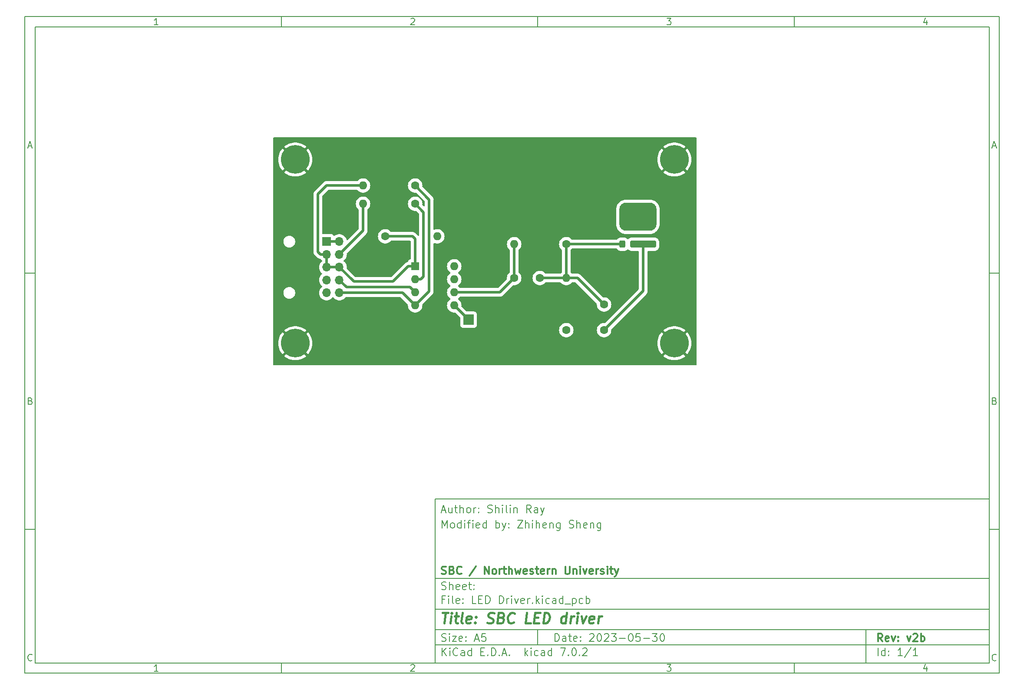
<source format=gtl>
%TF.GenerationSoftware,KiCad,Pcbnew,7.0.2*%
%TF.CreationDate,2023-05-31T10:27:28-05:00*%
%TF.ProjectId,LED Driver,4c454420-4472-4697-9665-722e6b696361,v2b*%
%TF.SameCoordinates,Original*%
%TF.FileFunction,Copper,L1,Top*%
%TF.FilePolarity,Positive*%
%FSLAX46Y46*%
G04 Gerber Fmt 4.6, Leading zero omitted, Abs format (unit mm)*
G04 Created by KiCad (PCBNEW 7.0.2) date 2023-05-31 10:27:28*
%MOMM*%
%LPD*%
G01*
G04 APERTURE LIST*
G04 Aperture macros list*
%AMRoundRect*
0 Rectangle with rounded corners*
0 $1 Rounding radius*
0 $2 $3 $4 $5 $6 $7 $8 $9 X,Y pos of 4 corners*
0 Add a 4 corners polygon primitive as box body*
4,1,4,$2,$3,$4,$5,$6,$7,$8,$9,$2,$3,0*
0 Add four circle primitives for the rounded corners*
1,1,$1+$1,$2,$3*
1,1,$1+$1,$4,$5*
1,1,$1+$1,$6,$7*
1,1,$1+$1,$8,$9*
0 Add four rect primitives between the rounded corners*
20,1,$1+$1,$2,$3,$4,$5,0*
20,1,$1+$1,$4,$5,$6,$7,0*
20,1,$1+$1,$6,$7,$8,$9,0*
20,1,$1+$1,$8,$9,$2,$3,0*%
G04 Aperture macros list end*
%ADD10C,0.100000*%
%ADD11C,0.150000*%
%ADD12C,0.300000*%
%ADD13C,0.400000*%
%TA.AperFunction,ComponentPad*%
%ADD14R,1.700000X1.700000*%
%TD*%
%TA.AperFunction,ComponentPad*%
%ADD15O,1.700000X1.700000*%
%TD*%
%TA.AperFunction,ComponentPad*%
%ADD16C,1.600000*%
%TD*%
%TA.AperFunction,ComponentPad*%
%ADD17O,1.600000X1.600000*%
%TD*%
%TA.AperFunction,ComponentPad*%
%ADD18C,5.600000*%
%TD*%
%TA.AperFunction,ComponentPad*%
%ADD19R,1.600000X1.600000*%
%TD*%
%TA.AperFunction,SMDPad,CuDef*%
%ADD20R,2.000000X2.000000*%
%TD*%
%TA.AperFunction,SMDPad,CuDef*%
%ADD21RoundRect,0.300000X-0.300000X-0.400000X0.300000X-0.400000X0.300000X0.400000X-0.300000X0.400000X0*%
%TD*%
%TA.AperFunction,SMDPad,CuDef*%
%ADD22RoundRect,0.350000X-2.200000X-0.350000X2.200000X-0.350000X2.200000X0.350000X-2.200000X0.350000X0*%
%TD*%
%TA.AperFunction,ComponentPad*%
%ADD23C,1.700000*%
%TD*%
%TA.AperFunction,SMDPad,CuDef*%
%ADD24RoundRect,1.375000X-2.275000X-1.375000X2.275000X-1.375000X2.275000X1.375000X-2.275000X1.375000X0*%
%TD*%
%TA.AperFunction,Conductor*%
%ADD25C,0.500000*%
%TD*%
G04 APERTURE END LIST*
D10*
D11*
X90007200Y-104005800D02*
X198007200Y-104005800D01*
X198007200Y-136005800D01*
X90007200Y-136005800D01*
X90007200Y-104005800D01*
D10*
D11*
X10000000Y-10000000D02*
X200007200Y-10000000D01*
X200007200Y-138005800D01*
X10000000Y-138005800D01*
X10000000Y-10000000D01*
D10*
D11*
X12000000Y-12000000D02*
X198007200Y-12000000D01*
X198007200Y-136005800D01*
X12000000Y-136005800D01*
X12000000Y-12000000D01*
D10*
D11*
X60000000Y-12000000D02*
X60000000Y-10000000D01*
D10*
D11*
X110000000Y-12000000D02*
X110000000Y-10000000D01*
D10*
D11*
X160000000Y-12000000D02*
X160000000Y-10000000D01*
D10*
D11*
X35990476Y-11601404D02*
X35247619Y-11601404D01*
X35619047Y-11601404D02*
X35619047Y-10301404D01*
X35619047Y-10301404D02*
X35495238Y-10487119D01*
X35495238Y-10487119D02*
X35371428Y-10610928D01*
X35371428Y-10610928D02*
X35247619Y-10672833D01*
D10*
D11*
X85247619Y-10425214D02*
X85309523Y-10363309D01*
X85309523Y-10363309D02*
X85433333Y-10301404D01*
X85433333Y-10301404D02*
X85742857Y-10301404D01*
X85742857Y-10301404D02*
X85866666Y-10363309D01*
X85866666Y-10363309D02*
X85928571Y-10425214D01*
X85928571Y-10425214D02*
X85990476Y-10549023D01*
X85990476Y-10549023D02*
X85990476Y-10672833D01*
X85990476Y-10672833D02*
X85928571Y-10858547D01*
X85928571Y-10858547D02*
X85185714Y-11601404D01*
X85185714Y-11601404D02*
X85990476Y-11601404D01*
D10*
D11*
X135185714Y-10301404D02*
X135990476Y-10301404D01*
X135990476Y-10301404D02*
X135557142Y-10796642D01*
X135557142Y-10796642D02*
X135742857Y-10796642D01*
X135742857Y-10796642D02*
X135866666Y-10858547D01*
X135866666Y-10858547D02*
X135928571Y-10920452D01*
X135928571Y-10920452D02*
X135990476Y-11044261D01*
X135990476Y-11044261D02*
X135990476Y-11353785D01*
X135990476Y-11353785D02*
X135928571Y-11477595D01*
X135928571Y-11477595D02*
X135866666Y-11539500D01*
X135866666Y-11539500D02*
X135742857Y-11601404D01*
X135742857Y-11601404D02*
X135371428Y-11601404D01*
X135371428Y-11601404D02*
X135247619Y-11539500D01*
X135247619Y-11539500D02*
X135185714Y-11477595D01*
D10*
D11*
X185866666Y-10734738D02*
X185866666Y-11601404D01*
X185557142Y-10239500D02*
X185247619Y-11168071D01*
X185247619Y-11168071D02*
X186052380Y-11168071D01*
D10*
D11*
X60000000Y-136005800D02*
X60000000Y-138005800D01*
D10*
D11*
X110000000Y-136005800D02*
X110000000Y-138005800D01*
D10*
D11*
X160000000Y-136005800D02*
X160000000Y-138005800D01*
D10*
D11*
X35990476Y-137607204D02*
X35247619Y-137607204D01*
X35619047Y-137607204D02*
X35619047Y-136307204D01*
X35619047Y-136307204D02*
X35495238Y-136492919D01*
X35495238Y-136492919D02*
X35371428Y-136616728D01*
X35371428Y-136616728D02*
X35247619Y-136678633D01*
D10*
D11*
X85247619Y-136431014D02*
X85309523Y-136369109D01*
X85309523Y-136369109D02*
X85433333Y-136307204D01*
X85433333Y-136307204D02*
X85742857Y-136307204D01*
X85742857Y-136307204D02*
X85866666Y-136369109D01*
X85866666Y-136369109D02*
X85928571Y-136431014D01*
X85928571Y-136431014D02*
X85990476Y-136554823D01*
X85990476Y-136554823D02*
X85990476Y-136678633D01*
X85990476Y-136678633D02*
X85928571Y-136864347D01*
X85928571Y-136864347D02*
X85185714Y-137607204D01*
X85185714Y-137607204D02*
X85990476Y-137607204D01*
D10*
D11*
X135185714Y-136307204D02*
X135990476Y-136307204D01*
X135990476Y-136307204D02*
X135557142Y-136802442D01*
X135557142Y-136802442D02*
X135742857Y-136802442D01*
X135742857Y-136802442D02*
X135866666Y-136864347D01*
X135866666Y-136864347D02*
X135928571Y-136926252D01*
X135928571Y-136926252D02*
X135990476Y-137050061D01*
X135990476Y-137050061D02*
X135990476Y-137359585D01*
X135990476Y-137359585D02*
X135928571Y-137483395D01*
X135928571Y-137483395D02*
X135866666Y-137545300D01*
X135866666Y-137545300D02*
X135742857Y-137607204D01*
X135742857Y-137607204D02*
X135371428Y-137607204D01*
X135371428Y-137607204D02*
X135247619Y-137545300D01*
X135247619Y-137545300D02*
X135185714Y-137483395D01*
D10*
D11*
X185866666Y-136740538D02*
X185866666Y-137607204D01*
X185557142Y-136245300D02*
X185247619Y-137173871D01*
X185247619Y-137173871D02*
X186052380Y-137173871D01*
D10*
D11*
X10000000Y-60000000D02*
X12000000Y-60000000D01*
D10*
D11*
X10000000Y-110000000D02*
X12000000Y-110000000D01*
D10*
D11*
X10690476Y-35229976D02*
X11309523Y-35229976D01*
X10566666Y-35601404D02*
X10999999Y-34301404D01*
X10999999Y-34301404D02*
X11433333Y-35601404D01*
D10*
D11*
X11092857Y-84920452D02*
X11278571Y-84982357D01*
X11278571Y-84982357D02*
X11340476Y-85044261D01*
X11340476Y-85044261D02*
X11402380Y-85168071D01*
X11402380Y-85168071D02*
X11402380Y-85353785D01*
X11402380Y-85353785D02*
X11340476Y-85477595D01*
X11340476Y-85477595D02*
X11278571Y-85539500D01*
X11278571Y-85539500D02*
X11154761Y-85601404D01*
X11154761Y-85601404D02*
X10659523Y-85601404D01*
X10659523Y-85601404D02*
X10659523Y-84301404D01*
X10659523Y-84301404D02*
X11092857Y-84301404D01*
X11092857Y-84301404D02*
X11216666Y-84363309D01*
X11216666Y-84363309D02*
X11278571Y-84425214D01*
X11278571Y-84425214D02*
X11340476Y-84549023D01*
X11340476Y-84549023D02*
X11340476Y-84672833D01*
X11340476Y-84672833D02*
X11278571Y-84796642D01*
X11278571Y-84796642D02*
X11216666Y-84858547D01*
X11216666Y-84858547D02*
X11092857Y-84920452D01*
X11092857Y-84920452D02*
X10659523Y-84920452D01*
D10*
D11*
X11402380Y-135477595D02*
X11340476Y-135539500D01*
X11340476Y-135539500D02*
X11154761Y-135601404D01*
X11154761Y-135601404D02*
X11030952Y-135601404D01*
X11030952Y-135601404D02*
X10845238Y-135539500D01*
X10845238Y-135539500D02*
X10721428Y-135415690D01*
X10721428Y-135415690D02*
X10659523Y-135291880D01*
X10659523Y-135291880D02*
X10597619Y-135044261D01*
X10597619Y-135044261D02*
X10597619Y-134858547D01*
X10597619Y-134858547D02*
X10659523Y-134610928D01*
X10659523Y-134610928D02*
X10721428Y-134487119D01*
X10721428Y-134487119D02*
X10845238Y-134363309D01*
X10845238Y-134363309D02*
X11030952Y-134301404D01*
X11030952Y-134301404D02*
X11154761Y-134301404D01*
X11154761Y-134301404D02*
X11340476Y-134363309D01*
X11340476Y-134363309D02*
X11402380Y-134425214D01*
D10*
D11*
X200007200Y-60000000D02*
X198007200Y-60000000D01*
D10*
D11*
X200007200Y-110000000D02*
X198007200Y-110000000D01*
D10*
D11*
X198697676Y-35229976D02*
X199316723Y-35229976D01*
X198573866Y-35601404D02*
X199007199Y-34301404D01*
X199007199Y-34301404D02*
X199440533Y-35601404D01*
D10*
D11*
X199100057Y-84920452D02*
X199285771Y-84982357D01*
X199285771Y-84982357D02*
X199347676Y-85044261D01*
X199347676Y-85044261D02*
X199409580Y-85168071D01*
X199409580Y-85168071D02*
X199409580Y-85353785D01*
X199409580Y-85353785D02*
X199347676Y-85477595D01*
X199347676Y-85477595D02*
X199285771Y-85539500D01*
X199285771Y-85539500D02*
X199161961Y-85601404D01*
X199161961Y-85601404D02*
X198666723Y-85601404D01*
X198666723Y-85601404D02*
X198666723Y-84301404D01*
X198666723Y-84301404D02*
X199100057Y-84301404D01*
X199100057Y-84301404D02*
X199223866Y-84363309D01*
X199223866Y-84363309D02*
X199285771Y-84425214D01*
X199285771Y-84425214D02*
X199347676Y-84549023D01*
X199347676Y-84549023D02*
X199347676Y-84672833D01*
X199347676Y-84672833D02*
X199285771Y-84796642D01*
X199285771Y-84796642D02*
X199223866Y-84858547D01*
X199223866Y-84858547D02*
X199100057Y-84920452D01*
X199100057Y-84920452D02*
X198666723Y-84920452D01*
D10*
D11*
X199409580Y-135477595D02*
X199347676Y-135539500D01*
X199347676Y-135539500D02*
X199161961Y-135601404D01*
X199161961Y-135601404D02*
X199038152Y-135601404D01*
X199038152Y-135601404D02*
X198852438Y-135539500D01*
X198852438Y-135539500D02*
X198728628Y-135415690D01*
X198728628Y-135415690D02*
X198666723Y-135291880D01*
X198666723Y-135291880D02*
X198604819Y-135044261D01*
X198604819Y-135044261D02*
X198604819Y-134858547D01*
X198604819Y-134858547D02*
X198666723Y-134610928D01*
X198666723Y-134610928D02*
X198728628Y-134487119D01*
X198728628Y-134487119D02*
X198852438Y-134363309D01*
X198852438Y-134363309D02*
X199038152Y-134301404D01*
X199038152Y-134301404D02*
X199161961Y-134301404D01*
X199161961Y-134301404D02*
X199347676Y-134363309D01*
X199347676Y-134363309D02*
X199409580Y-134425214D01*
D10*
D11*
X113364342Y-131799728D02*
X113364342Y-130299728D01*
X113364342Y-130299728D02*
X113721485Y-130299728D01*
X113721485Y-130299728D02*
X113935771Y-130371157D01*
X113935771Y-130371157D02*
X114078628Y-130514014D01*
X114078628Y-130514014D02*
X114150057Y-130656871D01*
X114150057Y-130656871D02*
X114221485Y-130942585D01*
X114221485Y-130942585D02*
X114221485Y-131156871D01*
X114221485Y-131156871D02*
X114150057Y-131442585D01*
X114150057Y-131442585D02*
X114078628Y-131585442D01*
X114078628Y-131585442D02*
X113935771Y-131728300D01*
X113935771Y-131728300D02*
X113721485Y-131799728D01*
X113721485Y-131799728D02*
X113364342Y-131799728D01*
X115507200Y-131799728D02*
X115507200Y-131014014D01*
X115507200Y-131014014D02*
X115435771Y-130871157D01*
X115435771Y-130871157D02*
X115292914Y-130799728D01*
X115292914Y-130799728D02*
X115007200Y-130799728D01*
X115007200Y-130799728D02*
X114864342Y-130871157D01*
X115507200Y-131728300D02*
X115364342Y-131799728D01*
X115364342Y-131799728D02*
X115007200Y-131799728D01*
X115007200Y-131799728D02*
X114864342Y-131728300D01*
X114864342Y-131728300D02*
X114792914Y-131585442D01*
X114792914Y-131585442D02*
X114792914Y-131442585D01*
X114792914Y-131442585D02*
X114864342Y-131299728D01*
X114864342Y-131299728D02*
X115007200Y-131228300D01*
X115007200Y-131228300D02*
X115364342Y-131228300D01*
X115364342Y-131228300D02*
X115507200Y-131156871D01*
X116007200Y-130799728D02*
X116578628Y-130799728D01*
X116221485Y-130299728D02*
X116221485Y-131585442D01*
X116221485Y-131585442D02*
X116292914Y-131728300D01*
X116292914Y-131728300D02*
X116435771Y-131799728D01*
X116435771Y-131799728D02*
X116578628Y-131799728D01*
X117650057Y-131728300D02*
X117507200Y-131799728D01*
X117507200Y-131799728D02*
X117221486Y-131799728D01*
X117221486Y-131799728D02*
X117078628Y-131728300D01*
X117078628Y-131728300D02*
X117007200Y-131585442D01*
X117007200Y-131585442D02*
X117007200Y-131014014D01*
X117007200Y-131014014D02*
X117078628Y-130871157D01*
X117078628Y-130871157D02*
X117221486Y-130799728D01*
X117221486Y-130799728D02*
X117507200Y-130799728D01*
X117507200Y-130799728D02*
X117650057Y-130871157D01*
X117650057Y-130871157D02*
X117721486Y-131014014D01*
X117721486Y-131014014D02*
X117721486Y-131156871D01*
X117721486Y-131156871D02*
X117007200Y-131299728D01*
X118364342Y-131656871D02*
X118435771Y-131728300D01*
X118435771Y-131728300D02*
X118364342Y-131799728D01*
X118364342Y-131799728D02*
X118292914Y-131728300D01*
X118292914Y-131728300D02*
X118364342Y-131656871D01*
X118364342Y-131656871D02*
X118364342Y-131799728D01*
X118364342Y-130871157D02*
X118435771Y-130942585D01*
X118435771Y-130942585D02*
X118364342Y-131014014D01*
X118364342Y-131014014D02*
X118292914Y-130942585D01*
X118292914Y-130942585D02*
X118364342Y-130871157D01*
X118364342Y-130871157D02*
X118364342Y-131014014D01*
X120150057Y-130442585D02*
X120221485Y-130371157D01*
X120221485Y-130371157D02*
X120364343Y-130299728D01*
X120364343Y-130299728D02*
X120721485Y-130299728D01*
X120721485Y-130299728D02*
X120864343Y-130371157D01*
X120864343Y-130371157D02*
X120935771Y-130442585D01*
X120935771Y-130442585D02*
X121007200Y-130585442D01*
X121007200Y-130585442D02*
X121007200Y-130728300D01*
X121007200Y-130728300D02*
X120935771Y-130942585D01*
X120935771Y-130942585D02*
X120078628Y-131799728D01*
X120078628Y-131799728D02*
X121007200Y-131799728D01*
X121935771Y-130299728D02*
X122078628Y-130299728D01*
X122078628Y-130299728D02*
X122221485Y-130371157D01*
X122221485Y-130371157D02*
X122292914Y-130442585D01*
X122292914Y-130442585D02*
X122364342Y-130585442D01*
X122364342Y-130585442D02*
X122435771Y-130871157D01*
X122435771Y-130871157D02*
X122435771Y-131228300D01*
X122435771Y-131228300D02*
X122364342Y-131514014D01*
X122364342Y-131514014D02*
X122292914Y-131656871D01*
X122292914Y-131656871D02*
X122221485Y-131728300D01*
X122221485Y-131728300D02*
X122078628Y-131799728D01*
X122078628Y-131799728D02*
X121935771Y-131799728D01*
X121935771Y-131799728D02*
X121792914Y-131728300D01*
X121792914Y-131728300D02*
X121721485Y-131656871D01*
X121721485Y-131656871D02*
X121650056Y-131514014D01*
X121650056Y-131514014D02*
X121578628Y-131228300D01*
X121578628Y-131228300D02*
X121578628Y-130871157D01*
X121578628Y-130871157D02*
X121650056Y-130585442D01*
X121650056Y-130585442D02*
X121721485Y-130442585D01*
X121721485Y-130442585D02*
X121792914Y-130371157D01*
X121792914Y-130371157D02*
X121935771Y-130299728D01*
X123007199Y-130442585D02*
X123078627Y-130371157D01*
X123078627Y-130371157D02*
X123221485Y-130299728D01*
X123221485Y-130299728D02*
X123578627Y-130299728D01*
X123578627Y-130299728D02*
X123721485Y-130371157D01*
X123721485Y-130371157D02*
X123792913Y-130442585D01*
X123792913Y-130442585D02*
X123864342Y-130585442D01*
X123864342Y-130585442D02*
X123864342Y-130728300D01*
X123864342Y-130728300D02*
X123792913Y-130942585D01*
X123792913Y-130942585D02*
X122935770Y-131799728D01*
X122935770Y-131799728D02*
X123864342Y-131799728D01*
X124364341Y-130299728D02*
X125292913Y-130299728D01*
X125292913Y-130299728D02*
X124792913Y-130871157D01*
X124792913Y-130871157D02*
X125007198Y-130871157D01*
X125007198Y-130871157D02*
X125150056Y-130942585D01*
X125150056Y-130942585D02*
X125221484Y-131014014D01*
X125221484Y-131014014D02*
X125292913Y-131156871D01*
X125292913Y-131156871D02*
X125292913Y-131514014D01*
X125292913Y-131514014D02*
X125221484Y-131656871D01*
X125221484Y-131656871D02*
X125150056Y-131728300D01*
X125150056Y-131728300D02*
X125007198Y-131799728D01*
X125007198Y-131799728D02*
X124578627Y-131799728D01*
X124578627Y-131799728D02*
X124435770Y-131728300D01*
X124435770Y-131728300D02*
X124364341Y-131656871D01*
X125935769Y-131228300D02*
X127078627Y-131228300D01*
X128078627Y-130299728D02*
X128221484Y-130299728D01*
X128221484Y-130299728D02*
X128364341Y-130371157D01*
X128364341Y-130371157D02*
X128435770Y-130442585D01*
X128435770Y-130442585D02*
X128507198Y-130585442D01*
X128507198Y-130585442D02*
X128578627Y-130871157D01*
X128578627Y-130871157D02*
X128578627Y-131228300D01*
X128578627Y-131228300D02*
X128507198Y-131514014D01*
X128507198Y-131514014D02*
X128435770Y-131656871D01*
X128435770Y-131656871D02*
X128364341Y-131728300D01*
X128364341Y-131728300D02*
X128221484Y-131799728D01*
X128221484Y-131799728D02*
X128078627Y-131799728D01*
X128078627Y-131799728D02*
X127935770Y-131728300D01*
X127935770Y-131728300D02*
X127864341Y-131656871D01*
X127864341Y-131656871D02*
X127792912Y-131514014D01*
X127792912Y-131514014D02*
X127721484Y-131228300D01*
X127721484Y-131228300D02*
X127721484Y-130871157D01*
X127721484Y-130871157D02*
X127792912Y-130585442D01*
X127792912Y-130585442D02*
X127864341Y-130442585D01*
X127864341Y-130442585D02*
X127935770Y-130371157D01*
X127935770Y-130371157D02*
X128078627Y-130299728D01*
X129935769Y-130299728D02*
X129221483Y-130299728D01*
X129221483Y-130299728D02*
X129150055Y-131014014D01*
X129150055Y-131014014D02*
X129221483Y-130942585D01*
X129221483Y-130942585D02*
X129364341Y-130871157D01*
X129364341Y-130871157D02*
X129721483Y-130871157D01*
X129721483Y-130871157D02*
X129864341Y-130942585D01*
X129864341Y-130942585D02*
X129935769Y-131014014D01*
X129935769Y-131014014D02*
X130007198Y-131156871D01*
X130007198Y-131156871D02*
X130007198Y-131514014D01*
X130007198Y-131514014D02*
X129935769Y-131656871D01*
X129935769Y-131656871D02*
X129864341Y-131728300D01*
X129864341Y-131728300D02*
X129721483Y-131799728D01*
X129721483Y-131799728D02*
X129364341Y-131799728D01*
X129364341Y-131799728D02*
X129221483Y-131728300D01*
X129221483Y-131728300D02*
X129150055Y-131656871D01*
X130650054Y-131228300D02*
X131792912Y-131228300D01*
X132364340Y-130299728D02*
X133292912Y-130299728D01*
X133292912Y-130299728D02*
X132792912Y-130871157D01*
X132792912Y-130871157D02*
X133007197Y-130871157D01*
X133007197Y-130871157D02*
X133150055Y-130942585D01*
X133150055Y-130942585D02*
X133221483Y-131014014D01*
X133221483Y-131014014D02*
X133292912Y-131156871D01*
X133292912Y-131156871D02*
X133292912Y-131514014D01*
X133292912Y-131514014D02*
X133221483Y-131656871D01*
X133221483Y-131656871D02*
X133150055Y-131728300D01*
X133150055Y-131728300D02*
X133007197Y-131799728D01*
X133007197Y-131799728D02*
X132578626Y-131799728D01*
X132578626Y-131799728D02*
X132435769Y-131728300D01*
X132435769Y-131728300D02*
X132364340Y-131656871D01*
X134221483Y-130299728D02*
X134364340Y-130299728D01*
X134364340Y-130299728D02*
X134507197Y-130371157D01*
X134507197Y-130371157D02*
X134578626Y-130442585D01*
X134578626Y-130442585D02*
X134650054Y-130585442D01*
X134650054Y-130585442D02*
X134721483Y-130871157D01*
X134721483Y-130871157D02*
X134721483Y-131228300D01*
X134721483Y-131228300D02*
X134650054Y-131514014D01*
X134650054Y-131514014D02*
X134578626Y-131656871D01*
X134578626Y-131656871D02*
X134507197Y-131728300D01*
X134507197Y-131728300D02*
X134364340Y-131799728D01*
X134364340Y-131799728D02*
X134221483Y-131799728D01*
X134221483Y-131799728D02*
X134078626Y-131728300D01*
X134078626Y-131728300D02*
X134007197Y-131656871D01*
X134007197Y-131656871D02*
X133935768Y-131514014D01*
X133935768Y-131514014D02*
X133864340Y-131228300D01*
X133864340Y-131228300D02*
X133864340Y-130871157D01*
X133864340Y-130871157D02*
X133935768Y-130585442D01*
X133935768Y-130585442D02*
X134007197Y-130442585D01*
X134007197Y-130442585D02*
X134078626Y-130371157D01*
X134078626Y-130371157D02*
X134221483Y-130299728D01*
D10*
D11*
X90007200Y-132505800D02*
X198007200Y-132505800D01*
D10*
D11*
X91364342Y-134599728D02*
X91364342Y-133099728D01*
X92221485Y-134599728D02*
X91578628Y-133742585D01*
X92221485Y-133099728D02*
X91364342Y-133956871D01*
X92864342Y-134599728D02*
X92864342Y-133599728D01*
X92864342Y-133099728D02*
X92792914Y-133171157D01*
X92792914Y-133171157D02*
X92864342Y-133242585D01*
X92864342Y-133242585D02*
X92935771Y-133171157D01*
X92935771Y-133171157D02*
X92864342Y-133099728D01*
X92864342Y-133099728D02*
X92864342Y-133242585D01*
X94435771Y-134456871D02*
X94364343Y-134528300D01*
X94364343Y-134528300D02*
X94150057Y-134599728D01*
X94150057Y-134599728D02*
X94007200Y-134599728D01*
X94007200Y-134599728D02*
X93792914Y-134528300D01*
X93792914Y-134528300D02*
X93650057Y-134385442D01*
X93650057Y-134385442D02*
X93578628Y-134242585D01*
X93578628Y-134242585D02*
X93507200Y-133956871D01*
X93507200Y-133956871D02*
X93507200Y-133742585D01*
X93507200Y-133742585D02*
X93578628Y-133456871D01*
X93578628Y-133456871D02*
X93650057Y-133314014D01*
X93650057Y-133314014D02*
X93792914Y-133171157D01*
X93792914Y-133171157D02*
X94007200Y-133099728D01*
X94007200Y-133099728D02*
X94150057Y-133099728D01*
X94150057Y-133099728D02*
X94364343Y-133171157D01*
X94364343Y-133171157D02*
X94435771Y-133242585D01*
X95721486Y-134599728D02*
X95721486Y-133814014D01*
X95721486Y-133814014D02*
X95650057Y-133671157D01*
X95650057Y-133671157D02*
X95507200Y-133599728D01*
X95507200Y-133599728D02*
X95221486Y-133599728D01*
X95221486Y-133599728D02*
X95078628Y-133671157D01*
X95721486Y-134528300D02*
X95578628Y-134599728D01*
X95578628Y-134599728D02*
X95221486Y-134599728D01*
X95221486Y-134599728D02*
X95078628Y-134528300D01*
X95078628Y-134528300D02*
X95007200Y-134385442D01*
X95007200Y-134385442D02*
X95007200Y-134242585D01*
X95007200Y-134242585D02*
X95078628Y-134099728D01*
X95078628Y-134099728D02*
X95221486Y-134028300D01*
X95221486Y-134028300D02*
X95578628Y-134028300D01*
X95578628Y-134028300D02*
X95721486Y-133956871D01*
X97078629Y-134599728D02*
X97078629Y-133099728D01*
X97078629Y-134528300D02*
X96935771Y-134599728D01*
X96935771Y-134599728D02*
X96650057Y-134599728D01*
X96650057Y-134599728D02*
X96507200Y-134528300D01*
X96507200Y-134528300D02*
X96435771Y-134456871D01*
X96435771Y-134456871D02*
X96364343Y-134314014D01*
X96364343Y-134314014D02*
X96364343Y-133885442D01*
X96364343Y-133885442D02*
X96435771Y-133742585D01*
X96435771Y-133742585D02*
X96507200Y-133671157D01*
X96507200Y-133671157D02*
X96650057Y-133599728D01*
X96650057Y-133599728D02*
X96935771Y-133599728D01*
X96935771Y-133599728D02*
X97078629Y-133671157D01*
X98935771Y-133814014D02*
X99435771Y-133814014D01*
X99650057Y-134599728D02*
X98935771Y-134599728D01*
X98935771Y-134599728D02*
X98935771Y-133099728D01*
X98935771Y-133099728D02*
X99650057Y-133099728D01*
X100292914Y-134456871D02*
X100364343Y-134528300D01*
X100364343Y-134528300D02*
X100292914Y-134599728D01*
X100292914Y-134599728D02*
X100221486Y-134528300D01*
X100221486Y-134528300D02*
X100292914Y-134456871D01*
X100292914Y-134456871D02*
X100292914Y-134599728D01*
X101007200Y-134599728D02*
X101007200Y-133099728D01*
X101007200Y-133099728D02*
X101364343Y-133099728D01*
X101364343Y-133099728D02*
X101578629Y-133171157D01*
X101578629Y-133171157D02*
X101721486Y-133314014D01*
X101721486Y-133314014D02*
X101792915Y-133456871D01*
X101792915Y-133456871D02*
X101864343Y-133742585D01*
X101864343Y-133742585D02*
X101864343Y-133956871D01*
X101864343Y-133956871D02*
X101792915Y-134242585D01*
X101792915Y-134242585D02*
X101721486Y-134385442D01*
X101721486Y-134385442D02*
X101578629Y-134528300D01*
X101578629Y-134528300D02*
X101364343Y-134599728D01*
X101364343Y-134599728D02*
X101007200Y-134599728D01*
X102507200Y-134456871D02*
X102578629Y-134528300D01*
X102578629Y-134528300D02*
X102507200Y-134599728D01*
X102507200Y-134599728D02*
X102435772Y-134528300D01*
X102435772Y-134528300D02*
X102507200Y-134456871D01*
X102507200Y-134456871D02*
X102507200Y-134599728D01*
X103150058Y-134171157D02*
X103864344Y-134171157D01*
X103007201Y-134599728D02*
X103507201Y-133099728D01*
X103507201Y-133099728D02*
X104007201Y-134599728D01*
X104507200Y-134456871D02*
X104578629Y-134528300D01*
X104578629Y-134528300D02*
X104507200Y-134599728D01*
X104507200Y-134599728D02*
X104435772Y-134528300D01*
X104435772Y-134528300D02*
X104507200Y-134456871D01*
X104507200Y-134456871D02*
X104507200Y-134599728D01*
X107507200Y-134599728D02*
X107507200Y-133099728D01*
X107650058Y-134028300D02*
X108078629Y-134599728D01*
X108078629Y-133599728D02*
X107507200Y-134171157D01*
X108721486Y-134599728D02*
X108721486Y-133599728D01*
X108721486Y-133099728D02*
X108650058Y-133171157D01*
X108650058Y-133171157D02*
X108721486Y-133242585D01*
X108721486Y-133242585D02*
X108792915Y-133171157D01*
X108792915Y-133171157D02*
X108721486Y-133099728D01*
X108721486Y-133099728D02*
X108721486Y-133242585D01*
X110078630Y-134528300D02*
X109935772Y-134599728D01*
X109935772Y-134599728D02*
X109650058Y-134599728D01*
X109650058Y-134599728D02*
X109507201Y-134528300D01*
X109507201Y-134528300D02*
X109435772Y-134456871D01*
X109435772Y-134456871D02*
X109364344Y-134314014D01*
X109364344Y-134314014D02*
X109364344Y-133885442D01*
X109364344Y-133885442D02*
X109435772Y-133742585D01*
X109435772Y-133742585D02*
X109507201Y-133671157D01*
X109507201Y-133671157D02*
X109650058Y-133599728D01*
X109650058Y-133599728D02*
X109935772Y-133599728D01*
X109935772Y-133599728D02*
X110078630Y-133671157D01*
X111364344Y-134599728D02*
X111364344Y-133814014D01*
X111364344Y-133814014D02*
X111292915Y-133671157D01*
X111292915Y-133671157D02*
X111150058Y-133599728D01*
X111150058Y-133599728D02*
X110864344Y-133599728D01*
X110864344Y-133599728D02*
X110721486Y-133671157D01*
X111364344Y-134528300D02*
X111221486Y-134599728D01*
X111221486Y-134599728D02*
X110864344Y-134599728D01*
X110864344Y-134599728D02*
X110721486Y-134528300D01*
X110721486Y-134528300D02*
X110650058Y-134385442D01*
X110650058Y-134385442D02*
X110650058Y-134242585D01*
X110650058Y-134242585D02*
X110721486Y-134099728D01*
X110721486Y-134099728D02*
X110864344Y-134028300D01*
X110864344Y-134028300D02*
X111221486Y-134028300D01*
X111221486Y-134028300D02*
X111364344Y-133956871D01*
X112721487Y-134599728D02*
X112721487Y-133099728D01*
X112721487Y-134528300D02*
X112578629Y-134599728D01*
X112578629Y-134599728D02*
X112292915Y-134599728D01*
X112292915Y-134599728D02*
X112150058Y-134528300D01*
X112150058Y-134528300D02*
X112078629Y-134456871D01*
X112078629Y-134456871D02*
X112007201Y-134314014D01*
X112007201Y-134314014D02*
X112007201Y-133885442D01*
X112007201Y-133885442D02*
X112078629Y-133742585D01*
X112078629Y-133742585D02*
X112150058Y-133671157D01*
X112150058Y-133671157D02*
X112292915Y-133599728D01*
X112292915Y-133599728D02*
X112578629Y-133599728D01*
X112578629Y-133599728D02*
X112721487Y-133671157D01*
X114435772Y-133099728D02*
X115435772Y-133099728D01*
X115435772Y-133099728D02*
X114792915Y-134599728D01*
X116007200Y-134456871D02*
X116078629Y-134528300D01*
X116078629Y-134528300D02*
X116007200Y-134599728D01*
X116007200Y-134599728D02*
X115935772Y-134528300D01*
X115935772Y-134528300D02*
X116007200Y-134456871D01*
X116007200Y-134456871D02*
X116007200Y-134599728D01*
X117007201Y-133099728D02*
X117150058Y-133099728D01*
X117150058Y-133099728D02*
X117292915Y-133171157D01*
X117292915Y-133171157D02*
X117364344Y-133242585D01*
X117364344Y-133242585D02*
X117435772Y-133385442D01*
X117435772Y-133385442D02*
X117507201Y-133671157D01*
X117507201Y-133671157D02*
X117507201Y-134028300D01*
X117507201Y-134028300D02*
X117435772Y-134314014D01*
X117435772Y-134314014D02*
X117364344Y-134456871D01*
X117364344Y-134456871D02*
X117292915Y-134528300D01*
X117292915Y-134528300D02*
X117150058Y-134599728D01*
X117150058Y-134599728D02*
X117007201Y-134599728D01*
X117007201Y-134599728D02*
X116864344Y-134528300D01*
X116864344Y-134528300D02*
X116792915Y-134456871D01*
X116792915Y-134456871D02*
X116721486Y-134314014D01*
X116721486Y-134314014D02*
X116650058Y-134028300D01*
X116650058Y-134028300D02*
X116650058Y-133671157D01*
X116650058Y-133671157D02*
X116721486Y-133385442D01*
X116721486Y-133385442D02*
X116792915Y-133242585D01*
X116792915Y-133242585D02*
X116864344Y-133171157D01*
X116864344Y-133171157D02*
X117007201Y-133099728D01*
X118150057Y-134456871D02*
X118221486Y-134528300D01*
X118221486Y-134528300D02*
X118150057Y-134599728D01*
X118150057Y-134599728D02*
X118078629Y-134528300D01*
X118078629Y-134528300D02*
X118150057Y-134456871D01*
X118150057Y-134456871D02*
X118150057Y-134599728D01*
X118792915Y-133242585D02*
X118864343Y-133171157D01*
X118864343Y-133171157D02*
X119007201Y-133099728D01*
X119007201Y-133099728D02*
X119364343Y-133099728D01*
X119364343Y-133099728D02*
X119507201Y-133171157D01*
X119507201Y-133171157D02*
X119578629Y-133242585D01*
X119578629Y-133242585D02*
X119650058Y-133385442D01*
X119650058Y-133385442D02*
X119650058Y-133528300D01*
X119650058Y-133528300D02*
X119578629Y-133742585D01*
X119578629Y-133742585D02*
X118721486Y-134599728D01*
X118721486Y-134599728D02*
X119650058Y-134599728D01*
D10*
D11*
X90007200Y-129505800D02*
X198007200Y-129505800D01*
D10*
D12*
X177221485Y-131799728D02*
X176721485Y-131085442D01*
X176364342Y-131799728D02*
X176364342Y-130299728D01*
X176364342Y-130299728D02*
X176935771Y-130299728D01*
X176935771Y-130299728D02*
X177078628Y-130371157D01*
X177078628Y-130371157D02*
X177150057Y-130442585D01*
X177150057Y-130442585D02*
X177221485Y-130585442D01*
X177221485Y-130585442D02*
X177221485Y-130799728D01*
X177221485Y-130799728D02*
X177150057Y-130942585D01*
X177150057Y-130942585D02*
X177078628Y-131014014D01*
X177078628Y-131014014D02*
X176935771Y-131085442D01*
X176935771Y-131085442D02*
X176364342Y-131085442D01*
X178435771Y-131728300D02*
X178292914Y-131799728D01*
X178292914Y-131799728D02*
X178007200Y-131799728D01*
X178007200Y-131799728D02*
X177864342Y-131728300D01*
X177864342Y-131728300D02*
X177792914Y-131585442D01*
X177792914Y-131585442D02*
X177792914Y-131014014D01*
X177792914Y-131014014D02*
X177864342Y-130871157D01*
X177864342Y-130871157D02*
X178007200Y-130799728D01*
X178007200Y-130799728D02*
X178292914Y-130799728D01*
X178292914Y-130799728D02*
X178435771Y-130871157D01*
X178435771Y-130871157D02*
X178507200Y-131014014D01*
X178507200Y-131014014D02*
X178507200Y-131156871D01*
X178507200Y-131156871D02*
X177792914Y-131299728D01*
X179007199Y-130799728D02*
X179364342Y-131799728D01*
X179364342Y-131799728D02*
X179721485Y-130799728D01*
X180292913Y-131656871D02*
X180364342Y-131728300D01*
X180364342Y-131728300D02*
X180292913Y-131799728D01*
X180292913Y-131799728D02*
X180221485Y-131728300D01*
X180221485Y-131728300D02*
X180292913Y-131656871D01*
X180292913Y-131656871D02*
X180292913Y-131799728D01*
X180292913Y-130871157D02*
X180364342Y-130942585D01*
X180364342Y-130942585D02*
X180292913Y-131014014D01*
X180292913Y-131014014D02*
X180221485Y-130942585D01*
X180221485Y-130942585D02*
X180292913Y-130871157D01*
X180292913Y-130871157D02*
X180292913Y-131014014D01*
X182007199Y-130799728D02*
X182364342Y-131799728D01*
X182364342Y-131799728D02*
X182721485Y-130799728D01*
X183221485Y-130442585D02*
X183292913Y-130371157D01*
X183292913Y-130371157D02*
X183435771Y-130299728D01*
X183435771Y-130299728D02*
X183792913Y-130299728D01*
X183792913Y-130299728D02*
X183935771Y-130371157D01*
X183935771Y-130371157D02*
X184007199Y-130442585D01*
X184007199Y-130442585D02*
X184078628Y-130585442D01*
X184078628Y-130585442D02*
X184078628Y-130728300D01*
X184078628Y-130728300D02*
X184007199Y-130942585D01*
X184007199Y-130942585D02*
X183150056Y-131799728D01*
X183150056Y-131799728D02*
X184078628Y-131799728D01*
X184721484Y-131799728D02*
X184721484Y-130299728D01*
X184721484Y-130871157D02*
X184864342Y-130799728D01*
X184864342Y-130799728D02*
X185150056Y-130799728D01*
X185150056Y-130799728D02*
X185292913Y-130871157D01*
X185292913Y-130871157D02*
X185364342Y-130942585D01*
X185364342Y-130942585D02*
X185435770Y-131085442D01*
X185435770Y-131085442D02*
X185435770Y-131514014D01*
X185435770Y-131514014D02*
X185364342Y-131656871D01*
X185364342Y-131656871D02*
X185292913Y-131728300D01*
X185292913Y-131728300D02*
X185150056Y-131799728D01*
X185150056Y-131799728D02*
X184864342Y-131799728D01*
X184864342Y-131799728D02*
X184721484Y-131728300D01*
D10*
D11*
X91292914Y-131728300D02*
X91507200Y-131799728D01*
X91507200Y-131799728D02*
X91864342Y-131799728D01*
X91864342Y-131799728D02*
X92007200Y-131728300D01*
X92007200Y-131728300D02*
X92078628Y-131656871D01*
X92078628Y-131656871D02*
X92150057Y-131514014D01*
X92150057Y-131514014D02*
X92150057Y-131371157D01*
X92150057Y-131371157D02*
X92078628Y-131228300D01*
X92078628Y-131228300D02*
X92007200Y-131156871D01*
X92007200Y-131156871D02*
X91864342Y-131085442D01*
X91864342Y-131085442D02*
X91578628Y-131014014D01*
X91578628Y-131014014D02*
X91435771Y-130942585D01*
X91435771Y-130942585D02*
X91364342Y-130871157D01*
X91364342Y-130871157D02*
X91292914Y-130728300D01*
X91292914Y-130728300D02*
X91292914Y-130585442D01*
X91292914Y-130585442D02*
X91364342Y-130442585D01*
X91364342Y-130442585D02*
X91435771Y-130371157D01*
X91435771Y-130371157D02*
X91578628Y-130299728D01*
X91578628Y-130299728D02*
X91935771Y-130299728D01*
X91935771Y-130299728D02*
X92150057Y-130371157D01*
X92792913Y-131799728D02*
X92792913Y-130799728D01*
X92792913Y-130299728D02*
X92721485Y-130371157D01*
X92721485Y-130371157D02*
X92792913Y-130442585D01*
X92792913Y-130442585D02*
X92864342Y-130371157D01*
X92864342Y-130371157D02*
X92792913Y-130299728D01*
X92792913Y-130299728D02*
X92792913Y-130442585D01*
X93364342Y-130799728D02*
X94150057Y-130799728D01*
X94150057Y-130799728D02*
X93364342Y-131799728D01*
X93364342Y-131799728D02*
X94150057Y-131799728D01*
X95292914Y-131728300D02*
X95150057Y-131799728D01*
X95150057Y-131799728D02*
X94864343Y-131799728D01*
X94864343Y-131799728D02*
X94721485Y-131728300D01*
X94721485Y-131728300D02*
X94650057Y-131585442D01*
X94650057Y-131585442D02*
X94650057Y-131014014D01*
X94650057Y-131014014D02*
X94721485Y-130871157D01*
X94721485Y-130871157D02*
X94864343Y-130799728D01*
X94864343Y-130799728D02*
X95150057Y-130799728D01*
X95150057Y-130799728D02*
X95292914Y-130871157D01*
X95292914Y-130871157D02*
X95364343Y-131014014D01*
X95364343Y-131014014D02*
X95364343Y-131156871D01*
X95364343Y-131156871D02*
X94650057Y-131299728D01*
X96007199Y-131656871D02*
X96078628Y-131728300D01*
X96078628Y-131728300D02*
X96007199Y-131799728D01*
X96007199Y-131799728D02*
X95935771Y-131728300D01*
X95935771Y-131728300D02*
X96007199Y-131656871D01*
X96007199Y-131656871D02*
X96007199Y-131799728D01*
X96007199Y-130871157D02*
X96078628Y-130942585D01*
X96078628Y-130942585D02*
X96007199Y-131014014D01*
X96007199Y-131014014D02*
X95935771Y-130942585D01*
X95935771Y-130942585D02*
X96007199Y-130871157D01*
X96007199Y-130871157D02*
X96007199Y-131014014D01*
X97792914Y-131371157D02*
X98507200Y-131371157D01*
X97650057Y-131799728D02*
X98150057Y-130299728D01*
X98150057Y-130299728D02*
X98650057Y-131799728D01*
X99864342Y-130299728D02*
X99150056Y-130299728D01*
X99150056Y-130299728D02*
X99078628Y-131014014D01*
X99078628Y-131014014D02*
X99150056Y-130942585D01*
X99150056Y-130942585D02*
X99292914Y-130871157D01*
X99292914Y-130871157D02*
X99650056Y-130871157D01*
X99650056Y-130871157D02*
X99792914Y-130942585D01*
X99792914Y-130942585D02*
X99864342Y-131014014D01*
X99864342Y-131014014D02*
X99935771Y-131156871D01*
X99935771Y-131156871D02*
X99935771Y-131514014D01*
X99935771Y-131514014D02*
X99864342Y-131656871D01*
X99864342Y-131656871D02*
X99792914Y-131728300D01*
X99792914Y-131728300D02*
X99650056Y-131799728D01*
X99650056Y-131799728D02*
X99292914Y-131799728D01*
X99292914Y-131799728D02*
X99150056Y-131728300D01*
X99150056Y-131728300D02*
X99078628Y-131656871D01*
D10*
D11*
X176364342Y-134599728D02*
X176364342Y-133099728D01*
X177721486Y-134599728D02*
X177721486Y-133099728D01*
X177721486Y-134528300D02*
X177578628Y-134599728D01*
X177578628Y-134599728D02*
X177292914Y-134599728D01*
X177292914Y-134599728D02*
X177150057Y-134528300D01*
X177150057Y-134528300D02*
X177078628Y-134456871D01*
X177078628Y-134456871D02*
X177007200Y-134314014D01*
X177007200Y-134314014D02*
X177007200Y-133885442D01*
X177007200Y-133885442D02*
X177078628Y-133742585D01*
X177078628Y-133742585D02*
X177150057Y-133671157D01*
X177150057Y-133671157D02*
X177292914Y-133599728D01*
X177292914Y-133599728D02*
X177578628Y-133599728D01*
X177578628Y-133599728D02*
X177721486Y-133671157D01*
X178435771Y-134456871D02*
X178507200Y-134528300D01*
X178507200Y-134528300D02*
X178435771Y-134599728D01*
X178435771Y-134599728D02*
X178364343Y-134528300D01*
X178364343Y-134528300D02*
X178435771Y-134456871D01*
X178435771Y-134456871D02*
X178435771Y-134599728D01*
X178435771Y-133671157D02*
X178507200Y-133742585D01*
X178507200Y-133742585D02*
X178435771Y-133814014D01*
X178435771Y-133814014D02*
X178364343Y-133742585D01*
X178364343Y-133742585D02*
X178435771Y-133671157D01*
X178435771Y-133671157D02*
X178435771Y-133814014D01*
X181078629Y-134599728D02*
X180221486Y-134599728D01*
X180650057Y-134599728D02*
X180650057Y-133099728D01*
X180650057Y-133099728D02*
X180507200Y-133314014D01*
X180507200Y-133314014D02*
X180364343Y-133456871D01*
X180364343Y-133456871D02*
X180221486Y-133528300D01*
X182792914Y-133028300D02*
X181507200Y-134956871D01*
X184078629Y-134599728D02*
X183221486Y-134599728D01*
X183650057Y-134599728D02*
X183650057Y-133099728D01*
X183650057Y-133099728D02*
X183507200Y-133314014D01*
X183507200Y-133314014D02*
X183364343Y-133456871D01*
X183364343Y-133456871D02*
X183221486Y-133528300D01*
D10*
D11*
X90007200Y-125505800D02*
X198007200Y-125505800D01*
D10*
D13*
X91435771Y-126231038D02*
X92578628Y-126231038D01*
X91757200Y-128231038D02*
X92007200Y-126231038D01*
X92983390Y-128231038D02*
X93150057Y-126897704D01*
X93233390Y-126231038D02*
X93126247Y-126326276D01*
X93126247Y-126326276D02*
X93209581Y-126421514D01*
X93209581Y-126421514D02*
X93316724Y-126326276D01*
X93316724Y-126326276D02*
X93233390Y-126231038D01*
X93233390Y-126231038D02*
X93209581Y-126421514D01*
X93804819Y-126897704D02*
X94566723Y-126897704D01*
X94173866Y-126231038D02*
X93959581Y-127945323D01*
X93959581Y-127945323D02*
X94031009Y-128135800D01*
X94031009Y-128135800D02*
X94209581Y-128231038D01*
X94209581Y-128231038D02*
X94400057Y-128231038D01*
X95340533Y-128231038D02*
X95161961Y-128135800D01*
X95161961Y-128135800D02*
X95090533Y-127945323D01*
X95090533Y-127945323D02*
X95304818Y-126231038D01*
X96864342Y-128135800D02*
X96661961Y-128231038D01*
X96661961Y-128231038D02*
X96281008Y-128231038D01*
X96281008Y-128231038D02*
X96102437Y-128135800D01*
X96102437Y-128135800D02*
X96031008Y-127945323D01*
X96031008Y-127945323D02*
X96126247Y-127183419D01*
X96126247Y-127183419D02*
X96245294Y-126992942D01*
X96245294Y-126992942D02*
X96447675Y-126897704D01*
X96447675Y-126897704D02*
X96828627Y-126897704D01*
X96828627Y-126897704D02*
X97007199Y-126992942D01*
X97007199Y-126992942D02*
X97078627Y-127183419D01*
X97078627Y-127183419D02*
X97054818Y-127373895D01*
X97054818Y-127373895D02*
X96078627Y-127564371D01*
X97816723Y-128040561D02*
X97900056Y-128135800D01*
X97900056Y-128135800D02*
X97792913Y-128231038D01*
X97792913Y-128231038D02*
X97709580Y-128135800D01*
X97709580Y-128135800D02*
X97816723Y-128040561D01*
X97816723Y-128040561D02*
X97792913Y-128231038D01*
X97947675Y-126992942D02*
X98031008Y-127088180D01*
X98031008Y-127088180D02*
X97923866Y-127183419D01*
X97923866Y-127183419D02*
X97840532Y-127088180D01*
X97840532Y-127088180D02*
X97947675Y-126992942D01*
X97947675Y-126992942D02*
X97923866Y-127183419D01*
X100173866Y-128135800D02*
X100447675Y-128231038D01*
X100447675Y-128231038D02*
X100923866Y-128231038D01*
X100923866Y-128231038D02*
X101126247Y-128135800D01*
X101126247Y-128135800D02*
X101233390Y-128040561D01*
X101233390Y-128040561D02*
X101352437Y-127850085D01*
X101352437Y-127850085D02*
X101376247Y-127659609D01*
X101376247Y-127659609D02*
X101304818Y-127469133D01*
X101304818Y-127469133D02*
X101221485Y-127373895D01*
X101221485Y-127373895D02*
X101042914Y-127278657D01*
X101042914Y-127278657D02*
X100673866Y-127183419D01*
X100673866Y-127183419D02*
X100495294Y-127088180D01*
X100495294Y-127088180D02*
X100411961Y-126992942D01*
X100411961Y-126992942D02*
X100340533Y-126802466D01*
X100340533Y-126802466D02*
X100364342Y-126611990D01*
X100364342Y-126611990D02*
X100483390Y-126421514D01*
X100483390Y-126421514D02*
X100590533Y-126326276D01*
X100590533Y-126326276D02*
X100792914Y-126231038D01*
X100792914Y-126231038D02*
X101269104Y-126231038D01*
X101269104Y-126231038D02*
X101542914Y-126326276D01*
X102947675Y-127183419D02*
X103221485Y-127278657D01*
X103221485Y-127278657D02*
X103304818Y-127373895D01*
X103304818Y-127373895D02*
X103376247Y-127564371D01*
X103376247Y-127564371D02*
X103340532Y-127850085D01*
X103340532Y-127850085D02*
X103221485Y-128040561D01*
X103221485Y-128040561D02*
X103114342Y-128135800D01*
X103114342Y-128135800D02*
X102911961Y-128231038D01*
X102911961Y-128231038D02*
X102150056Y-128231038D01*
X102150056Y-128231038D02*
X102400056Y-126231038D01*
X102400056Y-126231038D02*
X103066723Y-126231038D01*
X103066723Y-126231038D02*
X103245294Y-126326276D01*
X103245294Y-126326276D02*
X103328628Y-126421514D01*
X103328628Y-126421514D02*
X103400056Y-126611990D01*
X103400056Y-126611990D02*
X103376247Y-126802466D01*
X103376247Y-126802466D02*
X103257199Y-126992942D01*
X103257199Y-126992942D02*
X103150056Y-127088180D01*
X103150056Y-127088180D02*
X102947675Y-127183419D01*
X102947675Y-127183419D02*
X102281009Y-127183419D01*
X105304818Y-128040561D02*
X105197675Y-128135800D01*
X105197675Y-128135800D02*
X104900056Y-128231038D01*
X104900056Y-128231038D02*
X104709580Y-128231038D01*
X104709580Y-128231038D02*
X104435770Y-128135800D01*
X104435770Y-128135800D02*
X104269104Y-127945323D01*
X104269104Y-127945323D02*
X104197675Y-127754847D01*
X104197675Y-127754847D02*
X104150056Y-127373895D01*
X104150056Y-127373895D02*
X104185770Y-127088180D01*
X104185770Y-127088180D02*
X104328627Y-126707228D01*
X104328627Y-126707228D02*
X104447675Y-126516752D01*
X104447675Y-126516752D02*
X104661961Y-126326276D01*
X104661961Y-126326276D02*
X104959580Y-126231038D01*
X104959580Y-126231038D02*
X105150056Y-126231038D01*
X105150056Y-126231038D02*
X105423866Y-126326276D01*
X105423866Y-126326276D02*
X105507199Y-126421514D01*
X108602437Y-128231038D02*
X107650056Y-128231038D01*
X107650056Y-128231038D02*
X107900056Y-126231038D01*
X109388152Y-127183419D02*
X110054818Y-127183419D01*
X110209580Y-128231038D02*
X109257199Y-128231038D01*
X109257199Y-128231038D02*
X109507199Y-126231038D01*
X109507199Y-126231038D02*
X110459580Y-126231038D01*
X111054818Y-128231038D02*
X111304818Y-126231038D01*
X111304818Y-126231038D02*
X111781009Y-126231038D01*
X111781009Y-126231038D02*
X112054818Y-126326276D01*
X112054818Y-126326276D02*
X112221485Y-126516752D01*
X112221485Y-126516752D02*
X112292913Y-126707228D01*
X112292913Y-126707228D02*
X112340533Y-127088180D01*
X112340533Y-127088180D02*
X112304818Y-127373895D01*
X112304818Y-127373895D02*
X112161961Y-127754847D01*
X112161961Y-127754847D02*
X112042913Y-127945323D01*
X112042913Y-127945323D02*
X111828628Y-128135800D01*
X111828628Y-128135800D02*
X111531009Y-128231038D01*
X111531009Y-128231038D02*
X111054818Y-128231038D01*
X115423866Y-128231038D02*
X115673866Y-126231038D01*
X115435771Y-128135800D02*
X115233390Y-128231038D01*
X115233390Y-128231038D02*
X114852438Y-128231038D01*
X114852438Y-128231038D02*
X114673866Y-128135800D01*
X114673866Y-128135800D02*
X114590533Y-128040561D01*
X114590533Y-128040561D02*
X114519104Y-127850085D01*
X114519104Y-127850085D02*
X114590533Y-127278657D01*
X114590533Y-127278657D02*
X114709580Y-127088180D01*
X114709580Y-127088180D02*
X114816723Y-126992942D01*
X114816723Y-126992942D02*
X115019104Y-126897704D01*
X115019104Y-126897704D02*
X115400057Y-126897704D01*
X115400057Y-126897704D02*
X115578628Y-126992942D01*
X116364342Y-128231038D02*
X116531009Y-126897704D01*
X116483390Y-127278657D02*
X116602437Y-127088180D01*
X116602437Y-127088180D02*
X116709580Y-126992942D01*
X116709580Y-126992942D02*
X116911961Y-126897704D01*
X116911961Y-126897704D02*
X117102437Y-126897704D01*
X117590532Y-128231038D02*
X117757199Y-126897704D01*
X117840532Y-126231038D02*
X117733389Y-126326276D01*
X117733389Y-126326276D02*
X117816723Y-126421514D01*
X117816723Y-126421514D02*
X117923866Y-126326276D01*
X117923866Y-126326276D02*
X117840532Y-126231038D01*
X117840532Y-126231038D02*
X117816723Y-126421514D01*
X118507199Y-126897704D02*
X118816723Y-128231038D01*
X118816723Y-128231038D02*
X119459580Y-126897704D01*
X120816723Y-128135800D02*
X120614342Y-128231038D01*
X120614342Y-128231038D02*
X120233389Y-128231038D01*
X120233389Y-128231038D02*
X120054818Y-128135800D01*
X120054818Y-128135800D02*
X119983389Y-127945323D01*
X119983389Y-127945323D02*
X120078628Y-127183419D01*
X120078628Y-127183419D02*
X120197675Y-126992942D01*
X120197675Y-126992942D02*
X120400056Y-126897704D01*
X120400056Y-126897704D02*
X120781008Y-126897704D01*
X120781008Y-126897704D02*
X120959580Y-126992942D01*
X120959580Y-126992942D02*
X121031008Y-127183419D01*
X121031008Y-127183419D02*
X121007199Y-127373895D01*
X121007199Y-127373895D02*
X120031008Y-127564371D01*
X121745294Y-128231038D02*
X121911961Y-126897704D01*
X121864342Y-127278657D02*
X121983389Y-127088180D01*
X121983389Y-127088180D02*
X122090532Y-126992942D01*
X122090532Y-126992942D02*
X122292913Y-126897704D01*
X122292913Y-126897704D02*
X122483389Y-126897704D01*
D10*
D11*
X91864342Y-123614014D02*
X91364342Y-123614014D01*
X91364342Y-124399728D02*
X91364342Y-122899728D01*
X91364342Y-122899728D02*
X92078628Y-122899728D01*
X92650056Y-124399728D02*
X92650056Y-123399728D01*
X92650056Y-122899728D02*
X92578628Y-122971157D01*
X92578628Y-122971157D02*
X92650056Y-123042585D01*
X92650056Y-123042585D02*
X92721485Y-122971157D01*
X92721485Y-122971157D02*
X92650056Y-122899728D01*
X92650056Y-122899728D02*
X92650056Y-123042585D01*
X93578628Y-124399728D02*
X93435771Y-124328300D01*
X93435771Y-124328300D02*
X93364342Y-124185442D01*
X93364342Y-124185442D02*
X93364342Y-122899728D01*
X94721485Y-124328300D02*
X94578628Y-124399728D01*
X94578628Y-124399728D02*
X94292914Y-124399728D01*
X94292914Y-124399728D02*
X94150056Y-124328300D01*
X94150056Y-124328300D02*
X94078628Y-124185442D01*
X94078628Y-124185442D02*
X94078628Y-123614014D01*
X94078628Y-123614014D02*
X94150056Y-123471157D01*
X94150056Y-123471157D02*
X94292914Y-123399728D01*
X94292914Y-123399728D02*
X94578628Y-123399728D01*
X94578628Y-123399728D02*
X94721485Y-123471157D01*
X94721485Y-123471157D02*
X94792914Y-123614014D01*
X94792914Y-123614014D02*
X94792914Y-123756871D01*
X94792914Y-123756871D02*
X94078628Y-123899728D01*
X95435770Y-124256871D02*
X95507199Y-124328300D01*
X95507199Y-124328300D02*
X95435770Y-124399728D01*
X95435770Y-124399728D02*
X95364342Y-124328300D01*
X95364342Y-124328300D02*
X95435770Y-124256871D01*
X95435770Y-124256871D02*
X95435770Y-124399728D01*
X95435770Y-123471157D02*
X95507199Y-123542585D01*
X95507199Y-123542585D02*
X95435770Y-123614014D01*
X95435770Y-123614014D02*
X95364342Y-123542585D01*
X95364342Y-123542585D02*
X95435770Y-123471157D01*
X95435770Y-123471157D02*
X95435770Y-123614014D01*
X98007199Y-124399728D02*
X97292913Y-124399728D01*
X97292913Y-124399728D02*
X97292913Y-122899728D01*
X98507199Y-123614014D02*
X99007199Y-123614014D01*
X99221485Y-124399728D02*
X98507199Y-124399728D01*
X98507199Y-124399728D02*
X98507199Y-122899728D01*
X98507199Y-122899728D02*
X99221485Y-122899728D01*
X99864342Y-124399728D02*
X99864342Y-122899728D01*
X99864342Y-122899728D02*
X100221485Y-122899728D01*
X100221485Y-122899728D02*
X100435771Y-122971157D01*
X100435771Y-122971157D02*
X100578628Y-123114014D01*
X100578628Y-123114014D02*
X100650057Y-123256871D01*
X100650057Y-123256871D02*
X100721485Y-123542585D01*
X100721485Y-123542585D02*
X100721485Y-123756871D01*
X100721485Y-123756871D02*
X100650057Y-124042585D01*
X100650057Y-124042585D02*
X100578628Y-124185442D01*
X100578628Y-124185442D02*
X100435771Y-124328300D01*
X100435771Y-124328300D02*
X100221485Y-124399728D01*
X100221485Y-124399728D02*
X99864342Y-124399728D01*
X102507199Y-124399728D02*
X102507199Y-122899728D01*
X102507199Y-122899728D02*
X102864342Y-122899728D01*
X102864342Y-122899728D02*
X103078628Y-122971157D01*
X103078628Y-122971157D02*
X103221485Y-123114014D01*
X103221485Y-123114014D02*
X103292914Y-123256871D01*
X103292914Y-123256871D02*
X103364342Y-123542585D01*
X103364342Y-123542585D02*
X103364342Y-123756871D01*
X103364342Y-123756871D02*
X103292914Y-124042585D01*
X103292914Y-124042585D02*
X103221485Y-124185442D01*
X103221485Y-124185442D02*
X103078628Y-124328300D01*
X103078628Y-124328300D02*
X102864342Y-124399728D01*
X102864342Y-124399728D02*
X102507199Y-124399728D01*
X104007199Y-124399728D02*
X104007199Y-123399728D01*
X104007199Y-123685442D02*
X104078628Y-123542585D01*
X104078628Y-123542585D02*
X104150057Y-123471157D01*
X104150057Y-123471157D02*
X104292914Y-123399728D01*
X104292914Y-123399728D02*
X104435771Y-123399728D01*
X104935770Y-124399728D02*
X104935770Y-123399728D01*
X104935770Y-122899728D02*
X104864342Y-122971157D01*
X104864342Y-122971157D02*
X104935770Y-123042585D01*
X104935770Y-123042585D02*
X105007199Y-122971157D01*
X105007199Y-122971157D02*
X104935770Y-122899728D01*
X104935770Y-122899728D02*
X104935770Y-123042585D01*
X105507199Y-123399728D02*
X105864342Y-124399728D01*
X105864342Y-124399728D02*
X106221485Y-123399728D01*
X107364342Y-124328300D02*
X107221485Y-124399728D01*
X107221485Y-124399728D02*
X106935771Y-124399728D01*
X106935771Y-124399728D02*
X106792913Y-124328300D01*
X106792913Y-124328300D02*
X106721485Y-124185442D01*
X106721485Y-124185442D02*
X106721485Y-123614014D01*
X106721485Y-123614014D02*
X106792913Y-123471157D01*
X106792913Y-123471157D02*
X106935771Y-123399728D01*
X106935771Y-123399728D02*
X107221485Y-123399728D01*
X107221485Y-123399728D02*
X107364342Y-123471157D01*
X107364342Y-123471157D02*
X107435771Y-123614014D01*
X107435771Y-123614014D02*
X107435771Y-123756871D01*
X107435771Y-123756871D02*
X106721485Y-123899728D01*
X108078627Y-124399728D02*
X108078627Y-123399728D01*
X108078627Y-123685442D02*
X108150056Y-123542585D01*
X108150056Y-123542585D02*
X108221485Y-123471157D01*
X108221485Y-123471157D02*
X108364342Y-123399728D01*
X108364342Y-123399728D02*
X108507199Y-123399728D01*
X109007198Y-124256871D02*
X109078627Y-124328300D01*
X109078627Y-124328300D02*
X109007198Y-124399728D01*
X109007198Y-124399728D02*
X108935770Y-124328300D01*
X108935770Y-124328300D02*
X109007198Y-124256871D01*
X109007198Y-124256871D02*
X109007198Y-124399728D01*
X109721484Y-124399728D02*
X109721484Y-122899728D01*
X109864342Y-123828300D02*
X110292913Y-124399728D01*
X110292913Y-123399728D02*
X109721484Y-123971157D01*
X110935770Y-124399728D02*
X110935770Y-123399728D01*
X110935770Y-122899728D02*
X110864342Y-122971157D01*
X110864342Y-122971157D02*
X110935770Y-123042585D01*
X110935770Y-123042585D02*
X111007199Y-122971157D01*
X111007199Y-122971157D02*
X110935770Y-122899728D01*
X110935770Y-122899728D02*
X110935770Y-123042585D01*
X112292914Y-124328300D02*
X112150056Y-124399728D01*
X112150056Y-124399728D02*
X111864342Y-124399728D01*
X111864342Y-124399728D02*
X111721485Y-124328300D01*
X111721485Y-124328300D02*
X111650056Y-124256871D01*
X111650056Y-124256871D02*
X111578628Y-124114014D01*
X111578628Y-124114014D02*
X111578628Y-123685442D01*
X111578628Y-123685442D02*
X111650056Y-123542585D01*
X111650056Y-123542585D02*
X111721485Y-123471157D01*
X111721485Y-123471157D02*
X111864342Y-123399728D01*
X111864342Y-123399728D02*
X112150056Y-123399728D01*
X112150056Y-123399728D02*
X112292914Y-123471157D01*
X113578628Y-124399728D02*
X113578628Y-123614014D01*
X113578628Y-123614014D02*
X113507199Y-123471157D01*
X113507199Y-123471157D02*
X113364342Y-123399728D01*
X113364342Y-123399728D02*
X113078628Y-123399728D01*
X113078628Y-123399728D02*
X112935770Y-123471157D01*
X113578628Y-124328300D02*
X113435770Y-124399728D01*
X113435770Y-124399728D02*
X113078628Y-124399728D01*
X113078628Y-124399728D02*
X112935770Y-124328300D01*
X112935770Y-124328300D02*
X112864342Y-124185442D01*
X112864342Y-124185442D02*
X112864342Y-124042585D01*
X112864342Y-124042585D02*
X112935770Y-123899728D01*
X112935770Y-123899728D02*
X113078628Y-123828300D01*
X113078628Y-123828300D02*
X113435770Y-123828300D01*
X113435770Y-123828300D02*
X113578628Y-123756871D01*
X114935771Y-124399728D02*
X114935771Y-122899728D01*
X114935771Y-124328300D02*
X114792913Y-124399728D01*
X114792913Y-124399728D02*
X114507199Y-124399728D01*
X114507199Y-124399728D02*
X114364342Y-124328300D01*
X114364342Y-124328300D02*
X114292913Y-124256871D01*
X114292913Y-124256871D02*
X114221485Y-124114014D01*
X114221485Y-124114014D02*
X114221485Y-123685442D01*
X114221485Y-123685442D02*
X114292913Y-123542585D01*
X114292913Y-123542585D02*
X114364342Y-123471157D01*
X114364342Y-123471157D02*
X114507199Y-123399728D01*
X114507199Y-123399728D02*
X114792913Y-123399728D01*
X114792913Y-123399728D02*
X114935771Y-123471157D01*
X115292914Y-124542585D02*
X116435771Y-124542585D01*
X116792913Y-123399728D02*
X116792913Y-124899728D01*
X116792913Y-123471157D02*
X116935771Y-123399728D01*
X116935771Y-123399728D02*
X117221485Y-123399728D01*
X117221485Y-123399728D02*
X117364342Y-123471157D01*
X117364342Y-123471157D02*
X117435771Y-123542585D01*
X117435771Y-123542585D02*
X117507199Y-123685442D01*
X117507199Y-123685442D02*
X117507199Y-124114014D01*
X117507199Y-124114014D02*
X117435771Y-124256871D01*
X117435771Y-124256871D02*
X117364342Y-124328300D01*
X117364342Y-124328300D02*
X117221485Y-124399728D01*
X117221485Y-124399728D02*
X116935771Y-124399728D01*
X116935771Y-124399728D02*
X116792913Y-124328300D01*
X118792914Y-124328300D02*
X118650056Y-124399728D01*
X118650056Y-124399728D02*
X118364342Y-124399728D01*
X118364342Y-124399728D02*
X118221485Y-124328300D01*
X118221485Y-124328300D02*
X118150056Y-124256871D01*
X118150056Y-124256871D02*
X118078628Y-124114014D01*
X118078628Y-124114014D02*
X118078628Y-123685442D01*
X118078628Y-123685442D02*
X118150056Y-123542585D01*
X118150056Y-123542585D02*
X118221485Y-123471157D01*
X118221485Y-123471157D02*
X118364342Y-123399728D01*
X118364342Y-123399728D02*
X118650056Y-123399728D01*
X118650056Y-123399728D02*
X118792914Y-123471157D01*
X119435770Y-124399728D02*
X119435770Y-122899728D01*
X119435770Y-123471157D02*
X119578628Y-123399728D01*
X119578628Y-123399728D02*
X119864342Y-123399728D01*
X119864342Y-123399728D02*
X120007199Y-123471157D01*
X120007199Y-123471157D02*
X120078628Y-123542585D01*
X120078628Y-123542585D02*
X120150056Y-123685442D01*
X120150056Y-123685442D02*
X120150056Y-124114014D01*
X120150056Y-124114014D02*
X120078628Y-124256871D01*
X120078628Y-124256871D02*
X120007199Y-124328300D01*
X120007199Y-124328300D02*
X119864342Y-124399728D01*
X119864342Y-124399728D02*
X119578628Y-124399728D01*
X119578628Y-124399728D02*
X119435770Y-124328300D01*
D10*
D11*
X90007200Y-119505800D02*
X198007200Y-119505800D01*
D10*
D11*
X91292914Y-121628300D02*
X91507200Y-121699728D01*
X91507200Y-121699728D02*
X91864342Y-121699728D01*
X91864342Y-121699728D02*
X92007200Y-121628300D01*
X92007200Y-121628300D02*
X92078628Y-121556871D01*
X92078628Y-121556871D02*
X92150057Y-121414014D01*
X92150057Y-121414014D02*
X92150057Y-121271157D01*
X92150057Y-121271157D02*
X92078628Y-121128300D01*
X92078628Y-121128300D02*
X92007200Y-121056871D01*
X92007200Y-121056871D02*
X91864342Y-120985442D01*
X91864342Y-120985442D02*
X91578628Y-120914014D01*
X91578628Y-120914014D02*
X91435771Y-120842585D01*
X91435771Y-120842585D02*
X91364342Y-120771157D01*
X91364342Y-120771157D02*
X91292914Y-120628300D01*
X91292914Y-120628300D02*
X91292914Y-120485442D01*
X91292914Y-120485442D02*
X91364342Y-120342585D01*
X91364342Y-120342585D02*
X91435771Y-120271157D01*
X91435771Y-120271157D02*
X91578628Y-120199728D01*
X91578628Y-120199728D02*
X91935771Y-120199728D01*
X91935771Y-120199728D02*
X92150057Y-120271157D01*
X92792913Y-121699728D02*
X92792913Y-120199728D01*
X93435771Y-121699728D02*
X93435771Y-120914014D01*
X93435771Y-120914014D02*
X93364342Y-120771157D01*
X93364342Y-120771157D02*
X93221485Y-120699728D01*
X93221485Y-120699728D02*
X93007199Y-120699728D01*
X93007199Y-120699728D02*
X92864342Y-120771157D01*
X92864342Y-120771157D02*
X92792913Y-120842585D01*
X94721485Y-121628300D02*
X94578628Y-121699728D01*
X94578628Y-121699728D02*
X94292914Y-121699728D01*
X94292914Y-121699728D02*
X94150056Y-121628300D01*
X94150056Y-121628300D02*
X94078628Y-121485442D01*
X94078628Y-121485442D02*
X94078628Y-120914014D01*
X94078628Y-120914014D02*
X94150056Y-120771157D01*
X94150056Y-120771157D02*
X94292914Y-120699728D01*
X94292914Y-120699728D02*
X94578628Y-120699728D01*
X94578628Y-120699728D02*
X94721485Y-120771157D01*
X94721485Y-120771157D02*
X94792914Y-120914014D01*
X94792914Y-120914014D02*
X94792914Y-121056871D01*
X94792914Y-121056871D02*
X94078628Y-121199728D01*
X96007199Y-121628300D02*
X95864342Y-121699728D01*
X95864342Y-121699728D02*
X95578628Y-121699728D01*
X95578628Y-121699728D02*
X95435770Y-121628300D01*
X95435770Y-121628300D02*
X95364342Y-121485442D01*
X95364342Y-121485442D02*
X95364342Y-120914014D01*
X95364342Y-120914014D02*
X95435770Y-120771157D01*
X95435770Y-120771157D02*
X95578628Y-120699728D01*
X95578628Y-120699728D02*
X95864342Y-120699728D01*
X95864342Y-120699728D02*
X96007199Y-120771157D01*
X96007199Y-120771157D02*
X96078628Y-120914014D01*
X96078628Y-120914014D02*
X96078628Y-121056871D01*
X96078628Y-121056871D02*
X95364342Y-121199728D01*
X96507199Y-120699728D02*
X97078627Y-120699728D01*
X96721484Y-120199728D02*
X96721484Y-121485442D01*
X96721484Y-121485442D02*
X96792913Y-121628300D01*
X96792913Y-121628300D02*
X96935770Y-121699728D01*
X96935770Y-121699728D02*
X97078627Y-121699728D01*
X97578627Y-121556871D02*
X97650056Y-121628300D01*
X97650056Y-121628300D02*
X97578627Y-121699728D01*
X97578627Y-121699728D02*
X97507199Y-121628300D01*
X97507199Y-121628300D02*
X97578627Y-121556871D01*
X97578627Y-121556871D02*
X97578627Y-121699728D01*
X97578627Y-120771157D02*
X97650056Y-120842585D01*
X97650056Y-120842585D02*
X97578627Y-120914014D01*
X97578627Y-120914014D02*
X97507199Y-120842585D01*
X97507199Y-120842585D02*
X97578627Y-120771157D01*
X97578627Y-120771157D02*
X97578627Y-120914014D01*
D10*
D12*
X91292914Y-118628300D02*
X91507200Y-118699728D01*
X91507200Y-118699728D02*
X91864342Y-118699728D01*
X91864342Y-118699728D02*
X92007200Y-118628300D01*
X92007200Y-118628300D02*
X92078628Y-118556871D01*
X92078628Y-118556871D02*
X92150057Y-118414014D01*
X92150057Y-118414014D02*
X92150057Y-118271157D01*
X92150057Y-118271157D02*
X92078628Y-118128300D01*
X92078628Y-118128300D02*
X92007200Y-118056871D01*
X92007200Y-118056871D02*
X91864342Y-117985442D01*
X91864342Y-117985442D02*
X91578628Y-117914014D01*
X91578628Y-117914014D02*
X91435771Y-117842585D01*
X91435771Y-117842585D02*
X91364342Y-117771157D01*
X91364342Y-117771157D02*
X91292914Y-117628300D01*
X91292914Y-117628300D02*
X91292914Y-117485442D01*
X91292914Y-117485442D02*
X91364342Y-117342585D01*
X91364342Y-117342585D02*
X91435771Y-117271157D01*
X91435771Y-117271157D02*
X91578628Y-117199728D01*
X91578628Y-117199728D02*
X91935771Y-117199728D01*
X91935771Y-117199728D02*
X92150057Y-117271157D01*
X93292913Y-117914014D02*
X93507199Y-117985442D01*
X93507199Y-117985442D02*
X93578628Y-118056871D01*
X93578628Y-118056871D02*
X93650056Y-118199728D01*
X93650056Y-118199728D02*
X93650056Y-118414014D01*
X93650056Y-118414014D02*
X93578628Y-118556871D01*
X93578628Y-118556871D02*
X93507199Y-118628300D01*
X93507199Y-118628300D02*
X93364342Y-118699728D01*
X93364342Y-118699728D02*
X92792913Y-118699728D01*
X92792913Y-118699728D02*
X92792913Y-117199728D01*
X92792913Y-117199728D02*
X93292913Y-117199728D01*
X93292913Y-117199728D02*
X93435771Y-117271157D01*
X93435771Y-117271157D02*
X93507199Y-117342585D01*
X93507199Y-117342585D02*
X93578628Y-117485442D01*
X93578628Y-117485442D02*
X93578628Y-117628300D01*
X93578628Y-117628300D02*
X93507199Y-117771157D01*
X93507199Y-117771157D02*
X93435771Y-117842585D01*
X93435771Y-117842585D02*
X93292913Y-117914014D01*
X93292913Y-117914014D02*
X92792913Y-117914014D01*
X95150056Y-118556871D02*
X95078628Y-118628300D01*
X95078628Y-118628300D02*
X94864342Y-118699728D01*
X94864342Y-118699728D02*
X94721485Y-118699728D01*
X94721485Y-118699728D02*
X94507199Y-118628300D01*
X94507199Y-118628300D02*
X94364342Y-118485442D01*
X94364342Y-118485442D02*
X94292913Y-118342585D01*
X94292913Y-118342585D02*
X94221485Y-118056871D01*
X94221485Y-118056871D02*
X94221485Y-117842585D01*
X94221485Y-117842585D02*
X94292913Y-117556871D01*
X94292913Y-117556871D02*
X94364342Y-117414014D01*
X94364342Y-117414014D02*
X94507199Y-117271157D01*
X94507199Y-117271157D02*
X94721485Y-117199728D01*
X94721485Y-117199728D02*
X94864342Y-117199728D01*
X94864342Y-117199728D02*
X95078628Y-117271157D01*
X95078628Y-117271157D02*
X95150056Y-117342585D01*
X98007199Y-117128300D02*
X96721485Y-119056871D01*
X99650056Y-118699728D02*
X99650056Y-117199728D01*
X99650056Y-117199728D02*
X100507199Y-118699728D01*
X100507199Y-118699728D02*
X100507199Y-117199728D01*
X101435771Y-118699728D02*
X101292914Y-118628300D01*
X101292914Y-118628300D02*
X101221485Y-118556871D01*
X101221485Y-118556871D02*
X101150057Y-118414014D01*
X101150057Y-118414014D02*
X101150057Y-117985442D01*
X101150057Y-117985442D02*
X101221485Y-117842585D01*
X101221485Y-117842585D02*
X101292914Y-117771157D01*
X101292914Y-117771157D02*
X101435771Y-117699728D01*
X101435771Y-117699728D02*
X101650057Y-117699728D01*
X101650057Y-117699728D02*
X101792914Y-117771157D01*
X101792914Y-117771157D02*
X101864343Y-117842585D01*
X101864343Y-117842585D02*
X101935771Y-117985442D01*
X101935771Y-117985442D02*
X101935771Y-118414014D01*
X101935771Y-118414014D02*
X101864343Y-118556871D01*
X101864343Y-118556871D02*
X101792914Y-118628300D01*
X101792914Y-118628300D02*
X101650057Y-118699728D01*
X101650057Y-118699728D02*
X101435771Y-118699728D01*
X102578628Y-118699728D02*
X102578628Y-117699728D01*
X102578628Y-117985442D02*
X102650057Y-117842585D01*
X102650057Y-117842585D02*
X102721486Y-117771157D01*
X102721486Y-117771157D02*
X102864343Y-117699728D01*
X102864343Y-117699728D02*
X103007200Y-117699728D01*
X103292914Y-117699728D02*
X103864342Y-117699728D01*
X103507199Y-117199728D02*
X103507199Y-118485442D01*
X103507199Y-118485442D02*
X103578628Y-118628300D01*
X103578628Y-118628300D02*
X103721485Y-118699728D01*
X103721485Y-118699728D02*
X103864342Y-118699728D01*
X104364342Y-118699728D02*
X104364342Y-117199728D01*
X105007200Y-118699728D02*
X105007200Y-117914014D01*
X105007200Y-117914014D02*
X104935771Y-117771157D01*
X104935771Y-117771157D02*
X104792914Y-117699728D01*
X104792914Y-117699728D02*
X104578628Y-117699728D01*
X104578628Y-117699728D02*
X104435771Y-117771157D01*
X104435771Y-117771157D02*
X104364342Y-117842585D01*
X105578628Y-117699728D02*
X105864343Y-118699728D01*
X105864343Y-118699728D02*
X106150057Y-117985442D01*
X106150057Y-117985442D02*
X106435771Y-118699728D01*
X106435771Y-118699728D02*
X106721485Y-117699728D01*
X107864343Y-118628300D02*
X107721486Y-118699728D01*
X107721486Y-118699728D02*
X107435772Y-118699728D01*
X107435772Y-118699728D02*
X107292914Y-118628300D01*
X107292914Y-118628300D02*
X107221486Y-118485442D01*
X107221486Y-118485442D02*
X107221486Y-117914014D01*
X107221486Y-117914014D02*
X107292914Y-117771157D01*
X107292914Y-117771157D02*
X107435772Y-117699728D01*
X107435772Y-117699728D02*
X107721486Y-117699728D01*
X107721486Y-117699728D02*
X107864343Y-117771157D01*
X107864343Y-117771157D02*
X107935772Y-117914014D01*
X107935772Y-117914014D02*
X107935772Y-118056871D01*
X107935772Y-118056871D02*
X107221486Y-118199728D01*
X108507200Y-118628300D02*
X108650057Y-118699728D01*
X108650057Y-118699728D02*
X108935771Y-118699728D01*
X108935771Y-118699728D02*
X109078628Y-118628300D01*
X109078628Y-118628300D02*
X109150057Y-118485442D01*
X109150057Y-118485442D02*
X109150057Y-118414014D01*
X109150057Y-118414014D02*
X109078628Y-118271157D01*
X109078628Y-118271157D02*
X108935771Y-118199728D01*
X108935771Y-118199728D02*
X108721486Y-118199728D01*
X108721486Y-118199728D02*
X108578628Y-118128300D01*
X108578628Y-118128300D02*
X108507200Y-117985442D01*
X108507200Y-117985442D02*
X108507200Y-117914014D01*
X108507200Y-117914014D02*
X108578628Y-117771157D01*
X108578628Y-117771157D02*
X108721486Y-117699728D01*
X108721486Y-117699728D02*
X108935771Y-117699728D01*
X108935771Y-117699728D02*
X109078628Y-117771157D01*
X109578629Y-117699728D02*
X110150057Y-117699728D01*
X109792914Y-117199728D02*
X109792914Y-118485442D01*
X109792914Y-118485442D02*
X109864343Y-118628300D01*
X109864343Y-118628300D02*
X110007200Y-118699728D01*
X110007200Y-118699728D02*
X110150057Y-118699728D01*
X111221486Y-118628300D02*
X111078629Y-118699728D01*
X111078629Y-118699728D02*
X110792915Y-118699728D01*
X110792915Y-118699728D02*
X110650057Y-118628300D01*
X110650057Y-118628300D02*
X110578629Y-118485442D01*
X110578629Y-118485442D02*
X110578629Y-117914014D01*
X110578629Y-117914014D02*
X110650057Y-117771157D01*
X110650057Y-117771157D02*
X110792915Y-117699728D01*
X110792915Y-117699728D02*
X111078629Y-117699728D01*
X111078629Y-117699728D02*
X111221486Y-117771157D01*
X111221486Y-117771157D02*
X111292915Y-117914014D01*
X111292915Y-117914014D02*
X111292915Y-118056871D01*
X111292915Y-118056871D02*
X110578629Y-118199728D01*
X111935771Y-118699728D02*
X111935771Y-117699728D01*
X111935771Y-117985442D02*
X112007200Y-117842585D01*
X112007200Y-117842585D02*
X112078629Y-117771157D01*
X112078629Y-117771157D02*
X112221486Y-117699728D01*
X112221486Y-117699728D02*
X112364343Y-117699728D01*
X112864342Y-117699728D02*
X112864342Y-118699728D01*
X112864342Y-117842585D02*
X112935771Y-117771157D01*
X112935771Y-117771157D02*
X113078628Y-117699728D01*
X113078628Y-117699728D02*
X113292914Y-117699728D01*
X113292914Y-117699728D02*
X113435771Y-117771157D01*
X113435771Y-117771157D02*
X113507200Y-117914014D01*
X113507200Y-117914014D02*
X113507200Y-118699728D01*
X115364342Y-117199728D02*
X115364342Y-118414014D01*
X115364342Y-118414014D02*
X115435771Y-118556871D01*
X115435771Y-118556871D02*
X115507200Y-118628300D01*
X115507200Y-118628300D02*
X115650057Y-118699728D01*
X115650057Y-118699728D02*
X115935771Y-118699728D01*
X115935771Y-118699728D02*
X116078628Y-118628300D01*
X116078628Y-118628300D02*
X116150057Y-118556871D01*
X116150057Y-118556871D02*
X116221485Y-118414014D01*
X116221485Y-118414014D02*
X116221485Y-117199728D01*
X116935771Y-117699728D02*
X116935771Y-118699728D01*
X116935771Y-117842585D02*
X117007200Y-117771157D01*
X117007200Y-117771157D02*
X117150057Y-117699728D01*
X117150057Y-117699728D02*
X117364343Y-117699728D01*
X117364343Y-117699728D02*
X117507200Y-117771157D01*
X117507200Y-117771157D02*
X117578629Y-117914014D01*
X117578629Y-117914014D02*
X117578629Y-118699728D01*
X118292914Y-118699728D02*
X118292914Y-117699728D01*
X118292914Y-117199728D02*
X118221486Y-117271157D01*
X118221486Y-117271157D02*
X118292914Y-117342585D01*
X118292914Y-117342585D02*
X118364343Y-117271157D01*
X118364343Y-117271157D02*
X118292914Y-117199728D01*
X118292914Y-117199728D02*
X118292914Y-117342585D01*
X118864343Y-117699728D02*
X119221486Y-118699728D01*
X119221486Y-118699728D02*
X119578629Y-117699728D01*
X120721486Y-118628300D02*
X120578629Y-118699728D01*
X120578629Y-118699728D02*
X120292915Y-118699728D01*
X120292915Y-118699728D02*
X120150057Y-118628300D01*
X120150057Y-118628300D02*
X120078629Y-118485442D01*
X120078629Y-118485442D02*
X120078629Y-117914014D01*
X120078629Y-117914014D02*
X120150057Y-117771157D01*
X120150057Y-117771157D02*
X120292915Y-117699728D01*
X120292915Y-117699728D02*
X120578629Y-117699728D01*
X120578629Y-117699728D02*
X120721486Y-117771157D01*
X120721486Y-117771157D02*
X120792915Y-117914014D01*
X120792915Y-117914014D02*
X120792915Y-118056871D01*
X120792915Y-118056871D02*
X120078629Y-118199728D01*
X121435771Y-118699728D02*
X121435771Y-117699728D01*
X121435771Y-117985442D02*
X121507200Y-117842585D01*
X121507200Y-117842585D02*
X121578629Y-117771157D01*
X121578629Y-117771157D02*
X121721486Y-117699728D01*
X121721486Y-117699728D02*
X121864343Y-117699728D01*
X122292914Y-118628300D02*
X122435771Y-118699728D01*
X122435771Y-118699728D02*
X122721485Y-118699728D01*
X122721485Y-118699728D02*
X122864342Y-118628300D01*
X122864342Y-118628300D02*
X122935771Y-118485442D01*
X122935771Y-118485442D02*
X122935771Y-118414014D01*
X122935771Y-118414014D02*
X122864342Y-118271157D01*
X122864342Y-118271157D02*
X122721485Y-118199728D01*
X122721485Y-118199728D02*
X122507200Y-118199728D01*
X122507200Y-118199728D02*
X122364342Y-118128300D01*
X122364342Y-118128300D02*
X122292914Y-117985442D01*
X122292914Y-117985442D02*
X122292914Y-117914014D01*
X122292914Y-117914014D02*
X122364342Y-117771157D01*
X122364342Y-117771157D02*
X122507200Y-117699728D01*
X122507200Y-117699728D02*
X122721485Y-117699728D01*
X122721485Y-117699728D02*
X122864342Y-117771157D01*
X123578628Y-118699728D02*
X123578628Y-117699728D01*
X123578628Y-117199728D02*
X123507200Y-117271157D01*
X123507200Y-117271157D02*
X123578628Y-117342585D01*
X123578628Y-117342585D02*
X123650057Y-117271157D01*
X123650057Y-117271157D02*
X123578628Y-117199728D01*
X123578628Y-117199728D02*
X123578628Y-117342585D01*
X124078629Y-117699728D02*
X124650057Y-117699728D01*
X124292914Y-117199728D02*
X124292914Y-118485442D01*
X124292914Y-118485442D02*
X124364343Y-118628300D01*
X124364343Y-118628300D02*
X124507200Y-118699728D01*
X124507200Y-118699728D02*
X124650057Y-118699728D01*
X125007200Y-117699728D02*
X125364343Y-118699728D01*
X125721486Y-117699728D02*
X125364343Y-118699728D01*
X125364343Y-118699728D02*
X125221486Y-119056871D01*
X125221486Y-119056871D02*
X125150057Y-119128300D01*
X125150057Y-119128300D02*
X125007200Y-119199728D01*
D10*
D11*
D10*
D11*
D10*
D11*
X91364342Y-109699728D02*
X91364342Y-108199728D01*
X91364342Y-108199728D02*
X91864342Y-109271157D01*
X91864342Y-109271157D02*
X92364342Y-108199728D01*
X92364342Y-108199728D02*
X92364342Y-109699728D01*
X93292914Y-109699728D02*
X93150057Y-109628300D01*
X93150057Y-109628300D02*
X93078628Y-109556871D01*
X93078628Y-109556871D02*
X93007200Y-109414014D01*
X93007200Y-109414014D02*
X93007200Y-108985442D01*
X93007200Y-108985442D02*
X93078628Y-108842585D01*
X93078628Y-108842585D02*
X93150057Y-108771157D01*
X93150057Y-108771157D02*
X93292914Y-108699728D01*
X93292914Y-108699728D02*
X93507200Y-108699728D01*
X93507200Y-108699728D02*
X93650057Y-108771157D01*
X93650057Y-108771157D02*
X93721486Y-108842585D01*
X93721486Y-108842585D02*
X93792914Y-108985442D01*
X93792914Y-108985442D02*
X93792914Y-109414014D01*
X93792914Y-109414014D02*
X93721486Y-109556871D01*
X93721486Y-109556871D02*
X93650057Y-109628300D01*
X93650057Y-109628300D02*
X93507200Y-109699728D01*
X93507200Y-109699728D02*
X93292914Y-109699728D01*
X95078629Y-109699728D02*
X95078629Y-108199728D01*
X95078629Y-109628300D02*
X94935771Y-109699728D01*
X94935771Y-109699728D02*
X94650057Y-109699728D01*
X94650057Y-109699728D02*
X94507200Y-109628300D01*
X94507200Y-109628300D02*
X94435771Y-109556871D01*
X94435771Y-109556871D02*
X94364343Y-109414014D01*
X94364343Y-109414014D02*
X94364343Y-108985442D01*
X94364343Y-108985442D02*
X94435771Y-108842585D01*
X94435771Y-108842585D02*
X94507200Y-108771157D01*
X94507200Y-108771157D02*
X94650057Y-108699728D01*
X94650057Y-108699728D02*
X94935771Y-108699728D01*
X94935771Y-108699728D02*
X95078629Y-108771157D01*
X95792914Y-109699728D02*
X95792914Y-108699728D01*
X95792914Y-108199728D02*
X95721486Y-108271157D01*
X95721486Y-108271157D02*
X95792914Y-108342585D01*
X95792914Y-108342585D02*
X95864343Y-108271157D01*
X95864343Y-108271157D02*
X95792914Y-108199728D01*
X95792914Y-108199728D02*
X95792914Y-108342585D01*
X96292915Y-108699728D02*
X96864343Y-108699728D01*
X96507200Y-109699728D02*
X96507200Y-108414014D01*
X96507200Y-108414014D02*
X96578629Y-108271157D01*
X96578629Y-108271157D02*
X96721486Y-108199728D01*
X96721486Y-108199728D02*
X96864343Y-108199728D01*
X97364343Y-109699728D02*
X97364343Y-108699728D01*
X97364343Y-108199728D02*
X97292915Y-108271157D01*
X97292915Y-108271157D02*
X97364343Y-108342585D01*
X97364343Y-108342585D02*
X97435772Y-108271157D01*
X97435772Y-108271157D02*
X97364343Y-108199728D01*
X97364343Y-108199728D02*
X97364343Y-108342585D01*
X98650058Y-109628300D02*
X98507201Y-109699728D01*
X98507201Y-109699728D02*
X98221487Y-109699728D01*
X98221487Y-109699728D02*
X98078629Y-109628300D01*
X98078629Y-109628300D02*
X98007201Y-109485442D01*
X98007201Y-109485442D02*
X98007201Y-108914014D01*
X98007201Y-108914014D02*
X98078629Y-108771157D01*
X98078629Y-108771157D02*
X98221487Y-108699728D01*
X98221487Y-108699728D02*
X98507201Y-108699728D01*
X98507201Y-108699728D02*
X98650058Y-108771157D01*
X98650058Y-108771157D02*
X98721487Y-108914014D01*
X98721487Y-108914014D02*
X98721487Y-109056871D01*
X98721487Y-109056871D02*
X98007201Y-109199728D01*
X100007201Y-109699728D02*
X100007201Y-108199728D01*
X100007201Y-109628300D02*
X99864343Y-109699728D01*
X99864343Y-109699728D02*
X99578629Y-109699728D01*
X99578629Y-109699728D02*
X99435772Y-109628300D01*
X99435772Y-109628300D02*
X99364343Y-109556871D01*
X99364343Y-109556871D02*
X99292915Y-109414014D01*
X99292915Y-109414014D02*
X99292915Y-108985442D01*
X99292915Y-108985442D02*
X99364343Y-108842585D01*
X99364343Y-108842585D02*
X99435772Y-108771157D01*
X99435772Y-108771157D02*
X99578629Y-108699728D01*
X99578629Y-108699728D02*
X99864343Y-108699728D01*
X99864343Y-108699728D02*
X100007201Y-108771157D01*
X101864343Y-109699728D02*
X101864343Y-108199728D01*
X101864343Y-108771157D02*
X102007201Y-108699728D01*
X102007201Y-108699728D02*
X102292915Y-108699728D01*
X102292915Y-108699728D02*
X102435772Y-108771157D01*
X102435772Y-108771157D02*
X102507201Y-108842585D01*
X102507201Y-108842585D02*
X102578629Y-108985442D01*
X102578629Y-108985442D02*
X102578629Y-109414014D01*
X102578629Y-109414014D02*
X102507201Y-109556871D01*
X102507201Y-109556871D02*
X102435772Y-109628300D01*
X102435772Y-109628300D02*
X102292915Y-109699728D01*
X102292915Y-109699728D02*
X102007201Y-109699728D01*
X102007201Y-109699728D02*
X101864343Y-109628300D01*
X103078629Y-108699728D02*
X103435772Y-109699728D01*
X103792915Y-108699728D02*
X103435772Y-109699728D01*
X103435772Y-109699728D02*
X103292915Y-110056871D01*
X103292915Y-110056871D02*
X103221486Y-110128300D01*
X103221486Y-110128300D02*
X103078629Y-110199728D01*
X104364343Y-109556871D02*
X104435772Y-109628300D01*
X104435772Y-109628300D02*
X104364343Y-109699728D01*
X104364343Y-109699728D02*
X104292915Y-109628300D01*
X104292915Y-109628300D02*
X104364343Y-109556871D01*
X104364343Y-109556871D02*
X104364343Y-109699728D01*
X104364343Y-108771157D02*
X104435772Y-108842585D01*
X104435772Y-108842585D02*
X104364343Y-108914014D01*
X104364343Y-108914014D02*
X104292915Y-108842585D01*
X104292915Y-108842585D02*
X104364343Y-108771157D01*
X104364343Y-108771157D02*
X104364343Y-108914014D01*
X106078629Y-108199728D02*
X107078629Y-108199728D01*
X107078629Y-108199728D02*
X106078629Y-109699728D01*
X106078629Y-109699728D02*
X107078629Y-109699728D01*
X107650057Y-109699728D02*
X107650057Y-108199728D01*
X108292915Y-109699728D02*
X108292915Y-108914014D01*
X108292915Y-108914014D02*
X108221486Y-108771157D01*
X108221486Y-108771157D02*
X108078629Y-108699728D01*
X108078629Y-108699728D02*
X107864343Y-108699728D01*
X107864343Y-108699728D02*
X107721486Y-108771157D01*
X107721486Y-108771157D02*
X107650057Y-108842585D01*
X109007200Y-109699728D02*
X109007200Y-108699728D01*
X109007200Y-108199728D02*
X108935772Y-108271157D01*
X108935772Y-108271157D02*
X109007200Y-108342585D01*
X109007200Y-108342585D02*
X109078629Y-108271157D01*
X109078629Y-108271157D02*
X109007200Y-108199728D01*
X109007200Y-108199728D02*
X109007200Y-108342585D01*
X109721486Y-109699728D02*
X109721486Y-108199728D01*
X110364344Y-109699728D02*
X110364344Y-108914014D01*
X110364344Y-108914014D02*
X110292915Y-108771157D01*
X110292915Y-108771157D02*
X110150058Y-108699728D01*
X110150058Y-108699728D02*
X109935772Y-108699728D01*
X109935772Y-108699728D02*
X109792915Y-108771157D01*
X109792915Y-108771157D02*
X109721486Y-108842585D01*
X111650058Y-109628300D02*
X111507201Y-109699728D01*
X111507201Y-109699728D02*
X111221487Y-109699728D01*
X111221487Y-109699728D02*
X111078629Y-109628300D01*
X111078629Y-109628300D02*
X111007201Y-109485442D01*
X111007201Y-109485442D02*
X111007201Y-108914014D01*
X111007201Y-108914014D02*
X111078629Y-108771157D01*
X111078629Y-108771157D02*
X111221487Y-108699728D01*
X111221487Y-108699728D02*
X111507201Y-108699728D01*
X111507201Y-108699728D02*
X111650058Y-108771157D01*
X111650058Y-108771157D02*
X111721487Y-108914014D01*
X111721487Y-108914014D02*
X111721487Y-109056871D01*
X111721487Y-109056871D02*
X111007201Y-109199728D01*
X112364343Y-108699728D02*
X112364343Y-109699728D01*
X112364343Y-108842585D02*
X112435772Y-108771157D01*
X112435772Y-108771157D02*
X112578629Y-108699728D01*
X112578629Y-108699728D02*
X112792915Y-108699728D01*
X112792915Y-108699728D02*
X112935772Y-108771157D01*
X112935772Y-108771157D02*
X113007201Y-108914014D01*
X113007201Y-108914014D02*
X113007201Y-109699728D01*
X114364344Y-108699728D02*
X114364344Y-109914014D01*
X114364344Y-109914014D02*
X114292915Y-110056871D01*
X114292915Y-110056871D02*
X114221486Y-110128300D01*
X114221486Y-110128300D02*
X114078629Y-110199728D01*
X114078629Y-110199728D02*
X113864344Y-110199728D01*
X113864344Y-110199728D02*
X113721486Y-110128300D01*
X114364344Y-109628300D02*
X114221486Y-109699728D01*
X114221486Y-109699728D02*
X113935772Y-109699728D01*
X113935772Y-109699728D02*
X113792915Y-109628300D01*
X113792915Y-109628300D02*
X113721486Y-109556871D01*
X113721486Y-109556871D02*
X113650058Y-109414014D01*
X113650058Y-109414014D02*
X113650058Y-108985442D01*
X113650058Y-108985442D02*
X113721486Y-108842585D01*
X113721486Y-108842585D02*
X113792915Y-108771157D01*
X113792915Y-108771157D02*
X113935772Y-108699728D01*
X113935772Y-108699728D02*
X114221486Y-108699728D01*
X114221486Y-108699728D02*
X114364344Y-108771157D01*
X116150058Y-109628300D02*
X116364344Y-109699728D01*
X116364344Y-109699728D02*
X116721486Y-109699728D01*
X116721486Y-109699728D02*
X116864344Y-109628300D01*
X116864344Y-109628300D02*
X116935772Y-109556871D01*
X116935772Y-109556871D02*
X117007201Y-109414014D01*
X117007201Y-109414014D02*
X117007201Y-109271157D01*
X117007201Y-109271157D02*
X116935772Y-109128300D01*
X116935772Y-109128300D02*
X116864344Y-109056871D01*
X116864344Y-109056871D02*
X116721486Y-108985442D01*
X116721486Y-108985442D02*
X116435772Y-108914014D01*
X116435772Y-108914014D02*
X116292915Y-108842585D01*
X116292915Y-108842585D02*
X116221486Y-108771157D01*
X116221486Y-108771157D02*
X116150058Y-108628300D01*
X116150058Y-108628300D02*
X116150058Y-108485442D01*
X116150058Y-108485442D02*
X116221486Y-108342585D01*
X116221486Y-108342585D02*
X116292915Y-108271157D01*
X116292915Y-108271157D02*
X116435772Y-108199728D01*
X116435772Y-108199728D02*
X116792915Y-108199728D01*
X116792915Y-108199728D02*
X117007201Y-108271157D01*
X117650057Y-109699728D02*
X117650057Y-108199728D01*
X118292915Y-109699728D02*
X118292915Y-108914014D01*
X118292915Y-108914014D02*
X118221486Y-108771157D01*
X118221486Y-108771157D02*
X118078629Y-108699728D01*
X118078629Y-108699728D02*
X117864343Y-108699728D01*
X117864343Y-108699728D02*
X117721486Y-108771157D01*
X117721486Y-108771157D02*
X117650057Y-108842585D01*
X119578629Y-109628300D02*
X119435772Y-109699728D01*
X119435772Y-109699728D02*
X119150058Y-109699728D01*
X119150058Y-109699728D02*
X119007200Y-109628300D01*
X119007200Y-109628300D02*
X118935772Y-109485442D01*
X118935772Y-109485442D02*
X118935772Y-108914014D01*
X118935772Y-108914014D02*
X119007200Y-108771157D01*
X119007200Y-108771157D02*
X119150058Y-108699728D01*
X119150058Y-108699728D02*
X119435772Y-108699728D01*
X119435772Y-108699728D02*
X119578629Y-108771157D01*
X119578629Y-108771157D02*
X119650058Y-108914014D01*
X119650058Y-108914014D02*
X119650058Y-109056871D01*
X119650058Y-109056871D02*
X118935772Y-109199728D01*
X120292914Y-108699728D02*
X120292914Y-109699728D01*
X120292914Y-108842585D02*
X120364343Y-108771157D01*
X120364343Y-108771157D02*
X120507200Y-108699728D01*
X120507200Y-108699728D02*
X120721486Y-108699728D01*
X120721486Y-108699728D02*
X120864343Y-108771157D01*
X120864343Y-108771157D02*
X120935772Y-108914014D01*
X120935772Y-108914014D02*
X120935772Y-109699728D01*
X122292915Y-108699728D02*
X122292915Y-109914014D01*
X122292915Y-109914014D02*
X122221486Y-110056871D01*
X122221486Y-110056871D02*
X122150057Y-110128300D01*
X122150057Y-110128300D02*
X122007200Y-110199728D01*
X122007200Y-110199728D02*
X121792915Y-110199728D01*
X121792915Y-110199728D02*
X121650057Y-110128300D01*
X122292915Y-109628300D02*
X122150057Y-109699728D01*
X122150057Y-109699728D02*
X121864343Y-109699728D01*
X121864343Y-109699728D02*
X121721486Y-109628300D01*
X121721486Y-109628300D02*
X121650057Y-109556871D01*
X121650057Y-109556871D02*
X121578629Y-109414014D01*
X121578629Y-109414014D02*
X121578629Y-108985442D01*
X121578629Y-108985442D02*
X121650057Y-108842585D01*
X121650057Y-108842585D02*
X121721486Y-108771157D01*
X121721486Y-108771157D02*
X121864343Y-108699728D01*
X121864343Y-108699728D02*
X122150057Y-108699728D01*
X122150057Y-108699728D02*
X122292915Y-108771157D01*
D10*
D11*
X91292914Y-106271157D02*
X92007200Y-106271157D01*
X91150057Y-106699728D02*
X91650057Y-105199728D01*
X91650057Y-105199728D02*
X92150057Y-106699728D01*
X93292914Y-105699728D02*
X93292914Y-106699728D01*
X92650056Y-105699728D02*
X92650056Y-106485442D01*
X92650056Y-106485442D02*
X92721485Y-106628300D01*
X92721485Y-106628300D02*
X92864342Y-106699728D01*
X92864342Y-106699728D02*
X93078628Y-106699728D01*
X93078628Y-106699728D02*
X93221485Y-106628300D01*
X93221485Y-106628300D02*
X93292914Y-106556871D01*
X93792914Y-105699728D02*
X94364342Y-105699728D01*
X94007199Y-105199728D02*
X94007199Y-106485442D01*
X94007199Y-106485442D02*
X94078628Y-106628300D01*
X94078628Y-106628300D02*
X94221485Y-106699728D01*
X94221485Y-106699728D02*
X94364342Y-106699728D01*
X94864342Y-106699728D02*
X94864342Y-105199728D01*
X95507200Y-106699728D02*
X95507200Y-105914014D01*
X95507200Y-105914014D02*
X95435771Y-105771157D01*
X95435771Y-105771157D02*
X95292914Y-105699728D01*
X95292914Y-105699728D02*
X95078628Y-105699728D01*
X95078628Y-105699728D02*
X94935771Y-105771157D01*
X94935771Y-105771157D02*
X94864342Y-105842585D01*
X96435771Y-106699728D02*
X96292914Y-106628300D01*
X96292914Y-106628300D02*
X96221485Y-106556871D01*
X96221485Y-106556871D02*
X96150057Y-106414014D01*
X96150057Y-106414014D02*
X96150057Y-105985442D01*
X96150057Y-105985442D02*
X96221485Y-105842585D01*
X96221485Y-105842585D02*
X96292914Y-105771157D01*
X96292914Y-105771157D02*
X96435771Y-105699728D01*
X96435771Y-105699728D02*
X96650057Y-105699728D01*
X96650057Y-105699728D02*
X96792914Y-105771157D01*
X96792914Y-105771157D02*
X96864343Y-105842585D01*
X96864343Y-105842585D02*
X96935771Y-105985442D01*
X96935771Y-105985442D02*
X96935771Y-106414014D01*
X96935771Y-106414014D02*
X96864343Y-106556871D01*
X96864343Y-106556871D02*
X96792914Y-106628300D01*
X96792914Y-106628300D02*
X96650057Y-106699728D01*
X96650057Y-106699728D02*
X96435771Y-106699728D01*
X97578628Y-106699728D02*
X97578628Y-105699728D01*
X97578628Y-105985442D02*
X97650057Y-105842585D01*
X97650057Y-105842585D02*
X97721486Y-105771157D01*
X97721486Y-105771157D02*
X97864343Y-105699728D01*
X97864343Y-105699728D02*
X98007200Y-105699728D01*
X98507199Y-106556871D02*
X98578628Y-106628300D01*
X98578628Y-106628300D02*
X98507199Y-106699728D01*
X98507199Y-106699728D02*
X98435771Y-106628300D01*
X98435771Y-106628300D02*
X98507199Y-106556871D01*
X98507199Y-106556871D02*
X98507199Y-106699728D01*
X98507199Y-105771157D02*
X98578628Y-105842585D01*
X98578628Y-105842585D02*
X98507199Y-105914014D01*
X98507199Y-105914014D02*
X98435771Y-105842585D01*
X98435771Y-105842585D02*
X98507199Y-105771157D01*
X98507199Y-105771157D02*
X98507199Y-105914014D01*
X100292914Y-106628300D02*
X100507200Y-106699728D01*
X100507200Y-106699728D02*
X100864342Y-106699728D01*
X100864342Y-106699728D02*
X101007200Y-106628300D01*
X101007200Y-106628300D02*
X101078628Y-106556871D01*
X101078628Y-106556871D02*
X101150057Y-106414014D01*
X101150057Y-106414014D02*
X101150057Y-106271157D01*
X101150057Y-106271157D02*
X101078628Y-106128300D01*
X101078628Y-106128300D02*
X101007200Y-106056871D01*
X101007200Y-106056871D02*
X100864342Y-105985442D01*
X100864342Y-105985442D02*
X100578628Y-105914014D01*
X100578628Y-105914014D02*
X100435771Y-105842585D01*
X100435771Y-105842585D02*
X100364342Y-105771157D01*
X100364342Y-105771157D02*
X100292914Y-105628300D01*
X100292914Y-105628300D02*
X100292914Y-105485442D01*
X100292914Y-105485442D02*
X100364342Y-105342585D01*
X100364342Y-105342585D02*
X100435771Y-105271157D01*
X100435771Y-105271157D02*
X100578628Y-105199728D01*
X100578628Y-105199728D02*
X100935771Y-105199728D01*
X100935771Y-105199728D02*
X101150057Y-105271157D01*
X101792913Y-106699728D02*
X101792913Y-105199728D01*
X102435771Y-106699728D02*
X102435771Y-105914014D01*
X102435771Y-105914014D02*
X102364342Y-105771157D01*
X102364342Y-105771157D02*
X102221485Y-105699728D01*
X102221485Y-105699728D02*
X102007199Y-105699728D01*
X102007199Y-105699728D02*
X101864342Y-105771157D01*
X101864342Y-105771157D02*
X101792913Y-105842585D01*
X103150056Y-106699728D02*
X103150056Y-105699728D01*
X103150056Y-105199728D02*
X103078628Y-105271157D01*
X103078628Y-105271157D02*
X103150056Y-105342585D01*
X103150056Y-105342585D02*
X103221485Y-105271157D01*
X103221485Y-105271157D02*
X103150056Y-105199728D01*
X103150056Y-105199728D02*
X103150056Y-105342585D01*
X104078628Y-106699728D02*
X103935771Y-106628300D01*
X103935771Y-106628300D02*
X103864342Y-106485442D01*
X103864342Y-106485442D02*
X103864342Y-105199728D01*
X104650056Y-106699728D02*
X104650056Y-105699728D01*
X104650056Y-105199728D02*
X104578628Y-105271157D01*
X104578628Y-105271157D02*
X104650056Y-105342585D01*
X104650056Y-105342585D02*
X104721485Y-105271157D01*
X104721485Y-105271157D02*
X104650056Y-105199728D01*
X104650056Y-105199728D02*
X104650056Y-105342585D01*
X105364342Y-105699728D02*
X105364342Y-106699728D01*
X105364342Y-105842585D02*
X105435771Y-105771157D01*
X105435771Y-105771157D02*
X105578628Y-105699728D01*
X105578628Y-105699728D02*
X105792914Y-105699728D01*
X105792914Y-105699728D02*
X105935771Y-105771157D01*
X105935771Y-105771157D02*
X106007200Y-105914014D01*
X106007200Y-105914014D02*
X106007200Y-106699728D01*
X108721485Y-106699728D02*
X108221485Y-105985442D01*
X107864342Y-106699728D02*
X107864342Y-105199728D01*
X107864342Y-105199728D02*
X108435771Y-105199728D01*
X108435771Y-105199728D02*
X108578628Y-105271157D01*
X108578628Y-105271157D02*
X108650057Y-105342585D01*
X108650057Y-105342585D02*
X108721485Y-105485442D01*
X108721485Y-105485442D02*
X108721485Y-105699728D01*
X108721485Y-105699728D02*
X108650057Y-105842585D01*
X108650057Y-105842585D02*
X108578628Y-105914014D01*
X108578628Y-105914014D02*
X108435771Y-105985442D01*
X108435771Y-105985442D02*
X107864342Y-105985442D01*
X110007200Y-106699728D02*
X110007200Y-105914014D01*
X110007200Y-105914014D02*
X109935771Y-105771157D01*
X109935771Y-105771157D02*
X109792914Y-105699728D01*
X109792914Y-105699728D02*
X109507200Y-105699728D01*
X109507200Y-105699728D02*
X109364342Y-105771157D01*
X110007200Y-106628300D02*
X109864342Y-106699728D01*
X109864342Y-106699728D02*
X109507200Y-106699728D01*
X109507200Y-106699728D02*
X109364342Y-106628300D01*
X109364342Y-106628300D02*
X109292914Y-106485442D01*
X109292914Y-106485442D02*
X109292914Y-106342585D01*
X109292914Y-106342585D02*
X109364342Y-106199728D01*
X109364342Y-106199728D02*
X109507200Y-106128300D01*
X109507200Y-106128300D02*
X109864342Y-106128300D01*
X109864342Y-106128300D02*
X110007200Y-106056871D01*
X110578628Y-105699728D02*
X110935771Y-106699728D01*
X111292914Y-105699728D02*
X110935771Y-106699728D01*
X110935771Y-106699728D02*
X110792914Y-107056871D01*
X110792914Y-107056871D02*
X110721485Y-107128300D01*
X110721485Y-107128300D02*
X110578628Y-107199728D01*
D10*
D11*
X110007200Y-129505800D02*
X110007200Y-132505800D01*
D10*
D11*
X174007200Y-129505800D02*
X174007200Y-136005800D01*
D14*
%TO.P,J1,1,SNS+*%
%TO.N,/LED-*%
X68834000Y-53848000D03*
D15*
%TO.P,J1,2,SNS-*%
%TO.N,GND*%
X68834000Y-56348000D03*
%TO.P,J1,3,GND*%
X68834000Y-58848000D03*
%TO.P,J1,4,ENBL*%
%TO.N,/ENBL*%
X68834000Y-61348000D03*
%TO.P,J1,5,V+*%
%TO.N,/V+*%
X68834000Y-63848000D03*
%TO.P,J1,6,V-*%
%TO.N,/V-*%
X71334000Y-63848000D03*
%TO.P,J1,7,CTRL*%
%TO.N,/CTRL*%
X71334000Y-61348000D03*
%TO.P,J1,8,GND*%
%TO.N,GND*%
X71334000Y-58848000D03*
%TO.P,J1,9,LED+*%
%TO.N,/LED+*%
X71334000Y-56348000D03*
%TO.P,J1,10,LED-*%
%TO.N,/LED-*%
X71334000Y-53848000D03*
%TD*%
D16*
%TO.P,C2,1*%
%TO.N,/LED+*%
X122936000Y-71120000D03*
%TO.P,C2,2*%
%TO.N,/GATE*%
X122936000Y-66120000D03*
%TD*%
%TO.P,R1,1*%
%TO.N,GND*%
X80264000Y-52832000D03*
D17*
%TO.P,R1,2*%
%TO.N,/V+*%
X90424000Y-52832000D03*
%TD*%
D18*
%TO.P,J3,1,Pin_1*%
%TO.N,GNDPWR*%
X62738000Y-37846000D03*
%TD*%
%TO.P,J4,1,Pin_1*%
%TO.N,GNDPWR*%
X136652000Y-37846000D03*
%TD*%
D19*
%TO.P,U1,1,COM*%
%TO.N,GND*%
X86106000Y-58674000D03*
D17*
%TO.P,U1,2,-IN*%
%TO.N,/LED-*%
X86106000Y-61214000D03*
%TO.P,U1,3,+IN*%
%TO.N,/CTRL*%
X86106000Y-63754000D03*
%TO.P,U1,4,V-*%
%TO.N,/V-*%
X86106000Y-66294000D03*
%TO.P,U1,5,Status*%
%TO.N,/STATUS*%
X93726000Y-66294000D03*
%TO.P,U1,6,OUT*%
%TO.N,/OUT*%
X93726000Y-63754000D03*
%TO.P,U1,7,V+*%
%TO.N,/V+*%
X93726000Y-61214000D03*
%TO.P,U1,8,E/D*%
%TO.N,/ENBL*%
X93726000Y-58674000D03*
%TD*%
D16*
%TO.P,C1,1*%
%TO.N,/OUT*%
X105410000Y-60960000D03*
%TO.P,C1,2*%
%TO.N,/GATE*%
X110410000Y-60960000D03*
%TD*%
D20*
%TO.P,J2,1,Pin_1*%
%TO.N,/STATUS*%
X96520000Y-69088000D03*
%TD*%
D18*
%TO.P,J5,1,Pin_1*%
%TO.N,GNDPWR*%
X136652000Y-73660000D03*
%TD*%
D16*
%TO.P,R5,1*%
%TO.N,/LED-*%
X86106000Y-46482000D03*
D17*
%TO.P,R5,2*%
%TO.N,/LED+*%
X75946000Y-46482000D03*
%TD*%
D16*
%TO.P,R3,1*%
%TO.N,/GATE*%
X115570000Y-54356000D03*
D17*
%TO.P,R3,2*%
%TO.N,/OUT*%
X105410000Y-54356000D03*
%TD*%
D21*
%TO.P,U2,1,Gate*%
%TO.N,/GATE*%
X126540000Y-54372000D03*
D22*
%TO.P,U2,2,Source*%
%TO.N,/LED+*%
X130540000Y-54372000D03*
D23*
%TO.P,U2,3,Drain*%
%TO.N,/V+*%
X129540000Y-49022000D03*
D24*
X129540000Y-49022000D03*
%TD*%
D18*
%TO.P,J6,1,Pin_1*%
%TO.N,GNDPWR*%
X62738000Y-73660000D03*
%TD*%
D16*
%TO.P,R6,1*%
%TO.N,/V-*%
X86106000Y-42926000D03*
D17*
%TO.P,R6,2*%
%TO.N,GND*%
X75946000Y-42926000D03*
%TD*%
D16*
%TO.P,R4,1*%
%TO.N,/LED+*%
X115570000Y-71120000D03*
D17*
%TO.P,R4,2*%
%TO.N,/GATE*%
X115570000Y-60960000D03*
%TD*%
D25*
%TO.N,GND*%
X68834000Y-56348000D02*
X68834000Y-58848000D01*
X67134000Y-44626000D02*
X67134000Y-55850081D01*
X67134000Y-44626000D02*
X68834000Y-42926000D01*
X74134000Y-61648000D02*
X81788000Y-61648000D01*
X71334000Y-58848000D02*
X74134000Y-61648000D01*
X68834000Y-42926000D02*
X75946000Y-42926000D01*
X68834000Y-58848000D02*
X71334000Y-58848000D01*
X84762000Y-58674000D02*
X86106000Y-58674000D01*
X67134000Y-55850081D02*
X67631919Y-56348000D01*
X80264000Y-52832000D02*
X85598000Y-52832000D01*
X85598000Y-52832000D02*
X86106000Y-53340000D01*
X81788000Y-61648000D02*
X84762000Y-58674000D01*
X67631919Y-56348000D02*
X68834000Y-56348000D01*
X86106000Y-53340000D02*
X86106000Y-58674000D01*
%TO.N,/OUT*%
X93726000Y-63754000D02*
X102616000Y-63754000D01*
X102616000Y-63754000D02*
X105410000Y-60960000D01*
X105410000Y-54356000D02*
X105410000Y-60960000D01*
%TO.N,/GATE*%
X110410000Y-60960000D02*
X115570000Y-60960000D01*
X115570000Y-60960000D02*
X115570000Y-54356000D01*
X117776000Y-60960000D02*
X122936000Y-66120000D01*
X115570000Y-54356000D02*
X126524000Y-54356000D01*
X115570000Y-60960000D02*
X117776000Y-60960000D01*
%TO.N,/LED+*%
X130540000Y-63516000D02*
X130540000Y-54372000D01*
X75946000Y-51736000D02*
X75946000Y-46482000D01*
X71334000Y-56348000D02*
X75946000Y-51736000D01*
X122936000Y-71120000D02*
X130540000Y-63516000D01*
%TO.N,/V-*%
X88856000Y-63544000D02*
X86106000Y-66294000D01*
X71334000Y-63848000D02*
X83660000Y-63848000D01*
X83660000Y-63848000D02*
X86106000Y-66294000D01*
X86106000Y-42926000D02*
X88856000Y-45676000D01*
X88856000Y-45676000D02*
X88856000Y-63544000D01*
%TO.N,/LED-*%
X68834000Y-53848000D02*
X71334000Y-53848000D01*
X87756000Y-60695370D02*
X87237370Y-61214000D01*
X87756000Y-48132000D02*
X87756000Y-60695370D01*
X86106000Y-46482000D02*
X87756000Y-48132000D01*
X87237370Y-61214000D02*
X86106000Y-61214000D01*
%TO.N,/STATUS*%
X93726000Y-66294000D02*
X96520000Y-69088000D01*
%TO.N,/CTRL*%
X71334000Y-61348000D02*
X72734000Y-62748000D01*
X72734000Y-62748000D02*
X85100000Y-62748000D01*
X85100000Y-62748000D02*
X86106000Y-63754000D01*
%TD*%
%TA.AperFunction,Conductor*%
%TO.N,GNDPWR*%
G36*
X140901621Y-33558502D02*
G01*
X140948114Y-33612158D01*
X140959500Y-33664500D01*
X140959500Y-77841500D01*
X140939498Y-77909621D01*
X140885842Y-77956114D01*
X140833500Y-77967500D01*
X58556500Y-77967500D01*
X58488379Y-77947498D01*
X58441886Y-77893842D01*
X58430500Y-77841500D01*
X58430500Y-73663412D01*
X59425326Y-73663412D01*
X59444375Y-74014763D01*
X59445114Y-74021560D01*
X59502040Y-74368793D01*
X59503508Y-74375461D01*
X59597646Y-74714514D01*
X59599821Y-74720970D01*
X59730069Y-75047865D01*
X59732925Y-75054041D01*
X59897756Y-75364946D01*
X59901264Y-75370776D01*
X60098738Y-75662029D01*
X60102862Y-75667453D01*
X60226168Y-75812620D01*
X61437994Y-74600794D01*
X61439570Y-74603365D01*
X61603130Y-74794870D01*
X61794635Y-74958430D01*
X61797204Y-74960004D01*
X60582502Y-76174706D01*
X60590816Y-76182581D01*
X60596020Y-76187002D01*
X60876142Y-76399946D01*
X60881798Y-76403781D01*
X61183302Y-76585189D01*
X61189333Y-76588387D01*
X61508685Y-76736135D01*
X61515017Y-76738658D01*
X61848479Y-76851014D01*
X61855051Y-76852839D01*
X62198707Y-76928483D01*
X62205431Y-76929585D01*
X62555246Y-76967630D01*
X62562060Y-76968000D01*
X62913940Y-76968000D01*
X62920753Y-76967630D01*
X63270568Y-76929585D01*
X63277292Y-76928483D01*
X63620948Y-76852839D01*
X63627520Y-76851014D01*
X63960982Y-76738658D01*
X63967314Y-76736135D01*
X64286666Y-76588387D01*
X64292697Y-76585189D01*
X64594201Y-76403781D01*
X64599857Y-76399946D01*
X64879987Y-76186996D01*
X64885171Y-76182592D01*
X64893496Y-76174706D01*
X63678795Y-74960004D01*
X63681365Y-74958430D01*
X63872870Y-74794870D01*
X64036430Y-74603365D01*
X64038005Y-74600794D01*
X65249831Y-75812620D01*
X65373139Y-75667451D01*
X65377259Y-75662031D01*
X65574735Y-75370776D01*
X65578243Y-75364946D01*
X65743074Y-75054041D01*
X65745930Y-75047865D01*
X65876178Y-74720970D01*
X65878353Y-74714514D01*
X65972491Y-74375461D01*
X65973959Y-74368793D01*
X66030885Y-74021560D01*
X66031624Y-74014763D01*
X66050674Y-73663412D01*
X133339326Y-73663412D01*
X133358375Y-74014763D01*
X133359114Y-74021560D01*
X133416040Y-74368793D01*
X133417508Y-74375461D01*
X133511646Y-74714514D01*
X133513821Y-74720970D01*
X133644069Y-75047865D01*
X133646925Y-75054041D01*
X133811756Y-75364946D01*
X133815264Y-75370776D01*
X134012738Y-75662029D01*
X134016862Y-75667453D01*
X134140168Y-75812620D01*
X135351994Y-74600794D01*
X135353570Y-74603365D01*
X135517130Y-74794870D01*
X135708635Y-74958430D01*
X135711204Y-74960004D01*
X134496502Y-76174706D01*
X134504816Y-76182581D01*
X134510020Y-76187002D01*
X134790142Y-76399946D01*
X134795798Y-76403781D01*
X135097302Y-76585189D01*
X135103333Y-76588387D01*
X135422685Y-76736135D01*
X135429017Y-76738658D01*
X135762479Y-76851014D01*
X135769051Y-76852839D01*
X136112707Y-76928483D01*
X136119431Y-76929585D01*
X136469246Y-76967630D01*
X136476060Y-76968000D01*
X136827940Y-76968000D01*
X136834753Y-76967630D01*
X137184568Y-76929585D01*
X137191292Y-76928483D01*
X137534948Y-76852839D01*
X137541520Y-76851014D01*
X137874982Y-76738658D01*
X137881314Y-76736135D01*
X138200666Y-76588387D01*
X138206697Y-76585189D01*
X138508201Y-76403781D01*
X138513857Y-76399946D01*
X138793987Y-76186996D01*
X138799171Y-76182592D01*
X138807496Y-76174706D01*
X137592795Y-74960004D01*
X137595365Y-74958430D01*
X137786870Y-74794870D01*
X137950430Y-74603365D01*
X137952005Y-74600794D01*
X139163831Y-75812620D01*
X139287139Y-75667451D01*
X139291259Y-75662031D01*
X139488735Y-75370776D01*
X139492243Y-75364946D01*
X139657074Y-75054041D01*
X139659930Y-75047865D01*
X139790178Y-74720970D01*
X139792353Y-74714514D01*
X139886491Y-74375461D01*
X139887959Y-74368793D01*
X139944885Y-74021560D01*
X139945624Y-74014763D01*
X139964674Y-73663412D01*
X139964674Y-73656587D01*
X139945624Y-73305236D01*
X139944885Y-73298439D01*
X139887959Y-72951206D01*
X139886491Y-72944538D01*
X139792353Y-72605485D01*
X139790178Y-72599029D01*
X139659930Y-72272134D01*
X139657074Y-72265958D01*
X139492243Y-71955053D01*
X139488735Y-71949223D01*
X139291261Y-71657970D01*
X139287130Y-71652536D01*
X139163831Y-71507377D01*
X137952004Y-72719204D01*
X137950430Y-72716635D01*
X137786870Y-72525130D01*
X137595365Y-72361570D01*
X137592794Y-72359994D01*
X138807496Y-71145292D01*
X138799183Y-71137418D01*
X138793979Y-71132997D01*
X138513857Y-70920053D01*
X138508201Y-70916218D01*
X138206697Y-70734810D01*
X138200666Y-70731612D01*
X137881314Y-70583864D01*
X137874982Y-70581341D01*
X137541520Y-70468985D01*
X137534948Y-70467160D01*
X137191292Y-70391516D01*
X137184568Y-70390414D01*
X136834753Y-70352369D01*
X136827940Y-70352000D01*
X136476060Y-70352000D01*
X136469246Y-70352369D01*
X136119431Y-70390414D01*
X136112707Y-70391516D01*
X135769051Y-70467160D01*
X135762479Y-70468985D01*
X135429017Y-70581341D01*
X135422685Y-70583864D01*
X135103333Y-70731612D01*
X135097302Y-70734810D01*
X134795798Y-70916218D01*
X134790142Y-70920053D01*
X134510014Y-71133001D01*
X134504823Y-71137411D01*
X134496502Y-71145292D01*
X135711205Y-72359995D01*
X135708635Y-72361570D01*
X135517130Y-72525130D01*
X135353570Y-72716635D01*
X135351995Y-72719205D01*
X134140167Y-71507377D01*
X134140166Y-71507378D01*
X134016869Y-71652536D01*
X134012738Y-71657970D01*
X133815264Y-71949223D01*
X133811756Y-71955053D01*
X133646925Y-72265958D01*
X133644069Y-72272134D01*
X133513821Y-72599029D01*
X133511646Y-72605485D01*
X133417508Y-72944538D01*
X133416040Y-72951206D01*
X133359114Y-73298439D01*
X133358375Y-73305236D01*
X133339326Y-73656587D01*
X133339326Y-73663412D01*
X66050674Y-73663412D01*
X66050674Y-73656587D01*
X66031624Y-73305236D01*
X66030885Y-73298439D01*
X65973959Y-72951206D01*
X65972491Y-72944538D01*
X65878353Y-72605485D01*
X65876178Y-72599029D01*
X65745930Y-72272134D01*
X65743074Y-72265958D01*
X65578243Y-71955053D01*
X65574735Y-71949223D01*
X65377261Y-71657970D01*
X65373130Y-71652536D01*
X65249831Y-71507377D01*
X64038004Y-72719204D01*
X64036430Y-72716635D01*
X63872870Y-72525130D01*
X63681365Y-72361570D01*
X63678794Y-72359994D01*
X64893496Y-71145292D01*
X64885183Y-71137418D01*
X64879979Y-71132997D01*
X64862882Y-71120000D01*
X114164700Y-71120000D01*
X114183866Y-71351305D01*
X114183866Y-71351308D01*
X114183867Y-71351309D01*
X114240842Y-71576299D01*
X114334076Y-71788849D01*
X114461021Y-71983154D01*
X114599520Y-72133604D01*
X114618216Y-72153913D01*
X114715949Y-72229981D01*
X114801375Y-72296471D01*
X114921668Y-72361570D01*
X115005497Y-72406936D01*
X115225019Y-72482298D01*
X115453951Y-72520500D01*
X115453954Y-72520500D01*
X115686046Y-72520500D01*
X115686049Y-72520500D01*
X115914981Y-72482298D01*
X116134503Y-72406936D01*
X116338626Y-72296470D01*
X116521784Y-72153913D01*
X116678979Y-71983153D01*
X116805924Y-71788849D01*
X116899157Y-71576300D01*
X116956134Y-71351305D01*
X116975300Y-71120000D01*
X116956134Y-70888695D01*
X116899157Y-70663700D01*
X116805924Y-70451151D01*
X116678979Y-70256847D01*
X116678978Y-70256845D01*
X116521787Y-70086090D01*
X116521786Y-70086089D01*
X116521784Y-70086087D01*
X116411889Y-70000552D01*
X116338624Y-69943528D01*
X116134502Y-69833063D01*
X115985900Y-69782048D01*
X115914981Y-69757702D01*
X115686049Y-69719500D01*
X115453951Y-69719500D01*
X115225019Y-69757702D01*
X115225016Y-69757702D01*
X115225016Y-69757703D01*
X115005497Y-69833063D01*
X114801375Y-69943528D01*
X114618212Y-70086090D01*
X114461021Y-70256845D01*
X114334076Y-70451150D01*
X114240842Y-70663700D01*
X114222835Y-70734810D01*
X114183866Y-70888695D01*
X114164700Y-71120000D01*
X64862882Y-71120000D01*
X64599857Y-70920053D01*
X64594201Y-70916218D01*
X64292697Y-70734810D01*
X64286666Y-70731612D01*
X63967314Y-70583864D01*
X63960982Y-70581341D01*
X63627520Y-70468985D01*
X63620948Y-70467160D01*
X63277292Y-70391516D01*
X63270568Y-70390414D01*
X62920753Y-70352369D01*
X62913940Y-70352000D01*
X62562060Y-70352000D01*
X62555246Y-70352369D01*
X62205431Y-70390414D01*
X62198707Y-70391516D01*
X61855051Y-70467160D01*
X61848479Y-70468985D01*
X61515017Y-70581341D01*
X61508685Y-70583864D01*
X61189333Y-70731612D01*
X61183302Y-70734810D01*
X60881798Y-70916218D01*
X60876142Y-70920053D01*
X60596014Y-71133001D01*
X60590823Y-71137411D01*
X60582502Y-71145292D01*
X61797205Y-72359995D01*
X61794635Y-72361570D01*
X61603130Y-72525130D01*
X61439570Y-72716635D01*
X61437995Y-72719205D01*
X60226167Y-71507377D01*
X60226166Y-71507378D01*
X60102869Y-71652536D01*
X60098738Y-71657970D01*
X59901264Y-71949223D01*
X59897756Y-71955053D01*
X59732925Y-72265958D01*
X59730069Y-72272134D01*
X59599821Y-72599029D01*
X59597646Y-72605485D01*
X59503508Y-72944538D01*
X59502040Y-72951206D01*
X59445114Y-73298439D01*
X59444375Y-73305236D01*
X59425326Y-73656587D01*
X59425326Y-73663412D01*
X58430500Y-73663412D01*
X58430500Y-63954610D01*
X60433500Y-63954610D01*
X60461489Y-64104335D01*
X60472679Y-64164198D01*
X60549702Y-64363021D01*
X60659735Y-64540728D01*
X60661948Y-64544302D01*
X60805593Y-64701872D01*
X60975745Y-64830366D01*
X61166611Y-64925405D01*
X61371690Y-64983756D01*
X61447481Y-64990778D01*
X61527889Y-64998230D01*
X61527895Y-64998230D01*
X61530806Y-64998500D01*
X61533719Y-64998500D01*
X61634281Y-64998500D01*
X61637194Y-64998500D01*
X61640105Y-64998230D01*
X61640110Y-64998230D01*
X61695254Y-64993119D01*
X61796310Y-64983756D01*
X62001389Y-64925405D01*
X62192255Y-64830366D01*
X62362407Y-64701872D01*
X62506052Y-64544302D01*
X62587098Y-64413408D01*
X62618297Y-64363021D01*
X62634733Y-64320595D01*
X62695321Y-64164198D01*
X62734500Y-63954610D01*
X62734500Y-63741390D01*
X62695321Y-63531802D01*
X62618298Y-63332981D01*
X62618297Y-63332978D01*
X62506052Y-63151698D01*
X62494949Y-63139519D01*
X62362407Y-62994128D01*
X62277331Y-62929881D01*
X62192257Y-62865635D01*
X62001387Y-62770594D01*
X61796306Y-62712243D01*
X61640110Y-62697769D01*
X61640084Y-62697767D01*
X61637194Y-62697500D01*
X61530806Y-62697500D01*
X61527916Y-62697767D01*
X61527889Y-62697769D01*
X61371693Y-62712243D01*
X61166612Y-62770594D01*
X60975742Y-62865635D01*
X60805594Y-62994127D01*
X60661947Y-63151698D01*
X60549702Y-63332978D01*
X60473670Y-63529244D01*
X60472679Y-63531802D01*
X60433500Y-63741390D01*
X60433500Y-63954610D01*
X58430500Y-63954610D01*
X58430500Y-55873246D01*
X66278799Y-55873246D01*
X66289502Y-55951808D01*
X66289916Y-55955194D01*
X66298513Y-56034251D01*
X66303679Y-56056294D01*
X66331108Y-56130955D01*
X66332228Y-56134136D01*
X66357556Y-56209302D01*
X66357557Y-56209304D01*
X66357642Y-56209555D01*
X66367429Y-56229979D01*
X66410278Y-56297017D01*
X66412076Y-56299917D01*
X66453062Y-56368038D01*
X66467013Y-56385883D01*
X66467199Y-56386069D01*
X66467200Y-56386070D01*
X66523281Y-56442151D01*
X66525589Y-56444522D01*
X66580151Y-56502122D01*
X66580336Y-56502317D01*
X66598253Y-56517123D01*
X67002458Y-56921327D01*
X67009396Y-56928853D01*
X67043582Y-56969101D01*
X67106682Y-57017067D01*
X67109372Y-57019170D01*
X67171370Y-57069007D01*
X67190610Y-57080940D01*
X67190852Y-57081052D01*
X67190855Y-57081054D01*
X67262838Y-57114356D01*
X67265864Y-57115807D01*
X67337144Y-57151159D01*
X67358483Y-57158672D01*
X67358748Y-57158730D01*
X67358752Y-57158732D01*
X67436271Y-57175794D01*
X67439407Y-57176530D01*
X67516425Y-57195684D01*
X67516683Y-57195748D01*
X67539155Y-57198500D01*
X67539422Y-57198500D01*
X67590145Y-57198500D01*
X67658266Y-57218502D01*
X67682847Y-57239163D01*
X67685426Y-57241964D01*
X67685429Y-57241969D01*
X67749623Y-57311702D01*
X67848235Y-57418824D01*
X67934891Y-57486271D01*
X67976362Y-57543896D01*
X67983500Y-57585703D01*
X67983500Y-57610296D01*
X67963498Y-57678417D01*
X67934891Y-57709727D01*
X67848235Y-57777174D01*
X67685432Y-57954027D01*
X67685430Y-57954029D01*
X67685429Y-57954031D01*
X67650811Y-58007018D01*
X67553949Y-58155275D01*
X67457392Y-58375404D01*
X67457390Y-58375409D01*
X67398380Y-58608437D01*
X67378529Y-58848000D01*
X67398380Y-59087563D01*
X67457390Y-59320591D01*
X67553951Y-59540728D01*
X67685429Y-59741969D01*
X67685432Y-59741972D01*
X67848234Y-59918824D01*
X67950689Y-59998567D01*
X67992161Y-60056192D01*
X67995895Y-60127090D01*
X67960705Y-60188752D01*
X67950690Y-60197430D01*
X67848235Y-60277174D01*
X67685432Y-60454027D01*
X67685430Y-60454029D01*
X67685429Y-60454031D01*
X67625898Y-60545150D01*
X67553949Y-60655275D01*
X67492827Y-60794621D01*
X67457390Y-60875409D01*
X67398380Y-61108437D01*
X67378529Y-61348000D01*
X67398380Y-61587563D01*
X67457390Y-61820591D01*
X67482282Y-61877338D01*
X67543491Y-62016883D01*
X67553951Y-62040728D01*
X67685429Y-62241969D01*
X67690897Y-62247909D01*
X67848234Y-62418824D01*
X67950689Y-62498567D01*
X67992161Y-62556192D01*
X67995895Y-62627090D01*
X67960705Y-62688752D01*
X67950690Y-62697430D01*
X67848235Y-62777174D01*
X67685432Y-62954027D01*
X67685430Y-62954029D01*
X67685429Y-62954031D01*
X67599764Y-63085150D01*
X67553949Y-63155275D01*
X67457392Y-63375404D01*
X67457390Y-63375409D01*
X67398380Y-63608437D01*
X67378529Y-63848000D01*
X67398380Y-64087563D01*
X67457390Y-64320591D01*
X67553951Y-64540728D01*
X67685429Y-64741969D01*
X67848236Y-64918825D01*
X68037933Y-65066472D01*
X68249344Y-65180882D01*
X68476703Y-65258934D01*
X68713808Y-65298500D01*
X68713811Y-65298500D01*
X68954189Y-65298500D01*
X68954192Y-65298500D01*
X69191297Y-65258934D01*
X69418656Y-65180882D01*
X69630067Y-65066472D01*
X69819764Y-64918825D01*
X69982571Y-64741969D01*
X69982570Y-64741969D01*
X69989642Y-64734288D01*
X69992118Y-64736567D01*
X70032505Y-64702091D01*
X70102851Y-64692506D01*
X70167213Y-64722475D01*
X70177852Y-64734753D01*
X70178358Y-64734288D01*
X70269287Y-64833064D01*
X70348236Y-64918825D01*
X70537933Y-65066472D01*
X70749344Y-65180882D01*
X70976703Y-65258934D01*
X71213808Y-65298500D01*
X71213811Y-65298500D01*
X71454189Y-65298500D01*
X71454192Y-65298500D01*
X71691297Y-65258934D01*
X71918656Y-65180882D01*
X72130067Y-65066472D01*
X72319764Y-64918825D01*
X72482571Y-64741969D01*
X72482573Y-64741964D01*
X72485153Y-64739163D01*
X72546006Y-64702592D01*
X72577855Y-64698500D01*
X83255521Y-64698500D01*
X83323642Y-64718502D01*
X83344616Y-64735405D01*
X84674898Y-66065687D01*
X84708924Y-66127999D01*
X84711373Y-66165186D01*
X84700700Y-66294000D01*
X84719866Y-66525305D01*
X84719866Y-66525308D01*
X84719867Y-66525309D01*
X84776842Y-66750299D01*
X84870076Y-66962849D01*
X84997021Y-67157154D01*
X85154212Y-67327909D01*
X85154216Y-67327913D01*
X85300742Y-67441958D01*
X85337375Y-67470471D01*
X85541496Y-67580935D01*
X85541497Y-67580936D01*
X85761019Y-67656298D01*
X85989951Y-67694500D01*
X85989954Y-67694500D01*
X86222046Y-67694500D01*
X86222049Y-67694500D01*
X86450981Y-67656298D01*
X86670503Y-67580936D01*
X86874626Y-67470470D01*
X87057784Y-67327913D01*
X87214979Y-67157153D01*
X87341924Y-66962849D01*
X87435157Y-66750300D01*
X87492134Y-66525305D01*
X87511300Y-66294000D01*
X92320700Y-66294000D01*
X92339866Y-66525305D01*
X92339866Y-66525308D01*
X92339867Y-66525309D01*
X92396842Y-66750299D01*
X92490076Y-66962849D01*
X92617021Y-67157154D01*
X92774212Y-67327909D01*
X92774216Y-67327913D01*
X92920742Y-67441958D01*
X92957375Y-67470471D01*
X93161496Y-67580935D01*
X93161497Y-67580936D01*
X93381019Y-67656298D01*
X93609951Y-67694500D01*
X93609954Y-67694500D01*
X93842049Y-67694500D01*
X93848059Y-67693497D01*
X93918543Y-67702012D01*
X93957895Y-67728683D01*
X94882595Y-68653383D01*
X94916621Y-68715695D01*
X94919500Y-68742478D01*
X94919500Y-70123236D01*
X94919500Y-70123251D01*
X94919501Y-70127360D01*
X94920038Y-70131444D01*
X94920039Y-70131449D01*
X94934955Y-70244760D01*
X94995464Y-70390843D01*
X95091717Y-70516282D01*
X95217157Y-70612535D01*
X95217158Y-70612535D01*
X95217159Y-70612536D01*
X95363238Y-70673044D01*
X95480639Y-70688500D01*
X97559360Y-70688499D01*
X97676762Y-70673044D01*
X97822841Y-70612536D01*
X97822841Y-70612535D01*
X97822843Y-70612535D01*
X97948282Y-70516282D01*
X97984574Y-70468985D01*
X98044536Y-70390841D01*
X98105044Y-70244762D01*
X98120500Y-70127361D01*
X98120499Y-68048640D01*
X98105044Y-67931238D01*
X98044536Y-67785159D01*
X98044535Y-67785156D01*
X97948282Y-67659717D01*
X97822842Y-67563464D01*
X97676761Y-67502955D01*
X97563448Y-67488038D01*
X97563447Y-67488037D01*
X97559361Y-67487500D01*
X97555239Y-67487500D01*
X96174479Y-67487500D01*
X96106358Y-67467498D01*
X96085384Y-67450595D01*
X95157100Y-66522311D01*
X95123074Y-66459999D01*
X95120625Y-66422817D01*
X95131300Y-66294000D01*
X95112134Y-66062695D01*
X95055157Y-65837700D01*
X94961924Y-65625151D01*
X94834979Y-65430847D01*
X94834978Y-65430845D01*
X94677785Y-65260087D01*
X94502209Y-65123432D01*
X94460737Y-65065807D01*
X94457003Y-64994909D01*
X94492193Y-64933247D01*
X94502209Y-64924568D01*
X94677785Y-64787912D01*
X94809195Y-64645163D01*
X94870048Y-64608592D01*
X94901896Y-64604500D01*
X102576317Y-64604500D01*
X102586543Y-64604915D01*
X102639167Y-64609201D01*
X102717678Y-64598503D01*
X102721056Y-64598089D01*
X102799910Y-64589514D01*
X102799912Y-64589513D01*
X102800181Y-64589484D01*
X102822214Y-64584320D01*
X102822466Y-64584227D01*
X102822468Y-64584227D01*
X102896928Y-64556871D01*
X102900022Y-64555781D01*
X102975221Y-64530444D01*
X102975225Y-64530441D01*
X102975482Y-64530355D01*
X102995885Y-64520578D01*
X102996109Y-64520434D01*
X102996116Y-64520432D01*
X103062988Y-64477687D01*
X103065774Y-64475959D01*
X103133736Y-64435070D01*
X103133739Y-64435066D01*
X103133965Y-64434931D01*
X103151794Y-64420994D01*
X103151986Y-64420801D01*
X103151989Y-64420800D01*
X103208072Y-64364715D01*
X103210441Y-64362409D01*
X103268041Y-64307849D01*
X103268043Y-64307845D01*
X103268236Y-64307663D01*
X103283043Y-64289743D01*
X105178106Y-62394680D01*
X105240416Y-62360656D01*
X105287941Y-62359497D01*
X105293951Y-62360500D01*
X105293955Y-62360500D01*
X105526046Y-62360500D01*
X105526049Y-62360500D01*
X105754981Y-62322298D01*
X105974503Y-62246936D01*
X106178626Y-62136470D01*
X106361784Y-61993913D01*
X106518979Y-61823153D01*
X106645924Y-61628849D01*
X106739157Y-61416300D01*
X106796134Y-61191305D01*
X106815300Y-60960000D01*
X109004700Y-60960000D01*
X109023866Y-61191305D01*
X109023866Y-61191308D01*
X109023867Y-61191309D01*
X109080842Y-61416299D01*
X109174076Y-61628849D01*
X109301021Y-61823154D01*
X109458212Y-61993909D01*
X109458216Y-61993913D01*
X109577456Y-62086721D01*
X109641375Y-62136471D01*
X109822985Y-62234753D01*
X109845497Y-62246936D01*
X110065019Y-62322298D01*
X110293951Y-62360500D01*
X110293954Y-62360500D01*
X110526046Y-62360500D01*
X110526049Y-62360500D01*
X110754981Y-62322298D01*
X110974503Y-62246936D01*
X111178626Y-62136470D01*
X111361784Y-61993913D01*
X111454758Y-61892916D01*
X111493195Y-61851163D01*
X111554048Y-61814592D01*
X111585896Y-61810500D01*
X114394104Y-61810500D01*
X114462225Y-61830502D01*
X114486805Y-61851163D01*
X114618212Y-61993909D01*
X114618216Y-61993913D01*
X114737456Y-62086721D01*
X114801375Y-62136471D01*
X114982985Y-62234753D01*
X115005497Y-62246936D01*
X115225019Y-62322298D01*
X115453951Y-62360500D01*
X115453954Y-62360500D01*
X115686046Y-62360500D01*
X115686049Y-62360500D01*
X115914981Y-62322298D01*
X116134503Y-62246936D01*
X116338626Y-62136470D01*
X116521784Y-61993913D01*
X116614758Y-61892916D01*
X116653195Y-61851163D01*
X116714048Y-61814592D01*
X116745896Y-61810500D01*
X117371521Y-61810500D01*
X117439642Y-61830502D01*
X117460616Y-61847405D01*
X121504898Y-65891686D01*
X121538924Y-65953998D01*
X121541373Y-65991185D01*
X121535448Y-66062695D01*
X121530700Y-66120000D01*
X121549866Y-66351305D01*
X121549866Y-66351308D01*
X121549867Y-66351309D01*
X121606842Y-66576299D01*
X121700076Y-66788849D01*
X121827021Y-66983154D01*
X121984212Y-67153909D01*
X121984216Y-67153913D01*
X122130742Y-67267958D01*
X122167375Y-67296471D01*
X122225475Y-67327913D01*
X122371497Y-67406936D01*
X122591019Y-67482298D01*
X122819951Y-67520500D01*
X122819954Y-67520500D01*
X123052046Y-67520500D01*
X123052049Y-67520500D01*
X123280981Y-67482298D01*
X123500503Y-67406936D01*
X123704626Y-67296470D01*
X123887784Y-67153913D01*
X124044979Y-66983153D01*
X124171924Y-66788849D01*
X124265157Y-66576300D01*
X124322134Y-66351305D01*
X124341300Y-66120000D01*
X124322134Y-65888695D01*
X124265157Y-65663700D01*
X124171924Y-65451151D01*
X124044979Y-65256847D01*
X124044978Y-65256845D01*
X123887787Y-65086090D01*
X123887786Y-65086089D01*
X123887784Y-65086087D01*
X123754302Y-64982194D01*
X123704624Y-64943528D01*
X123500502Y-64833063D01*
X123351900Y-64782048D01*
X123280981Y-64757702D01*
X123052049Y-64719500D01*
X122819951Y-64719500D01*
X122813933Y-64720504D01*
X122743449Y-64711983D01*
X122704105Y-64685316D01*
X118405466Y-60386677D01*
X118398529Y-60379153D01*
X118364338Y-60338901D01*
X118364337Y-60338900D01*
X118301220Y-60290919D01*
X118298570Y-60288847D01*
X118236552Y-60238995D01*
X118217305Y-60227057D01*
X118145122Y-60193661D01*
X118142048Y-60192188D01*
X118070780Y-60156844D01*
X118049422Y-60149324D01*
X117971731Y-60132223D01*
X117968408Y-60131444D01*
X117891245Y-60112253D01*
X117868761Y-60109500D01*
X117868497Y-60109500D01*
X117789245Y-60109500D01*
X117785833Y-60109454D01*
X117706302Y-60107299D01*
X117683158Y-60109500D01*
X116745896Y-60109500D01*
X116677775Y-60089498D01*
X116653195Y-60068837D01*
X116521786Y-59926089D01*
X116521785Y-59926088D01*
X116521784Y-59926087D01*
X116491200Y-59902282D01*
X116469108Y-59885087D01*
X116427638Y-59827462D01*
X116420500Y-59785656D01*
X116420500Y-55530342D01*
X116440502Y-55462221D01*
X116469105Y-55430914D01*
X116521784Y-55389913D01*
X116541501Y-55368495D01*
X116653195Y-55247163D01*
X116714048Y-55210592D01*
X116745896Y-55206500D01*
X125373521Y-55206500D01*
X125441642Y-55226502D01*
X125469401Y-55257188D01*
X125472282Y-55254856D01*
X125480616Y-55265148D01*
X125480617Y-55265149D01*
X125599743Y-55412257D01*
X125660242Y-55461248D01*
X125746851Y-55531384D01*
X125861473Y-55589785D01*
X125915512Y-55617320D01*
X126098355Y-55666312D01*
X126146298Y-55670085D01*
X126174499Y-55672305D01*
X126174503Y-55672305D01*
X126176979Y-55672500D01*
X126903020Y-55672499D01*
X126981645Y-55666312D01*
X127164488Y-55617320D01*
X127276928Y-55560028D01*
X127333148Y-55531384D01*
X127367702Y-55503401D01*
X127480257Y-55412257D01*
X127481098Y-55411217D01*
X127484111Y-55409136D01*
X127490549Y-55403923D01*
X127490946Y-55404413D01*
X127539510Y-55370863D01*
X127610467Y-55368495D01*
X127658647Y-55392856D01*
X127664428Y-55397569D01*
X127664429Y-55397571D01*
X127705315Y-55430909D01*
X127814250Y-55519735D01*
X127985595Y-55609238D01*
X128171445Y-55662417D01*
X128273067Y-55671451D01*
X128284862Y-55672500D01*
X129563500Y-55672500D01*
X129631621Y-55692502D01*
X129678114Y-55746158D01*
X129689500Y-55798500D01*
X129689499Y-63111520D01*
X129669497Y-63179641D01*
X129652594Y-63200615D01*
X123167893Y-69685316D01*
X123105581Y-69719342D01*
X123058061Y-69720503D01*
X123052050Y-69719500D01*
X123052049Y-69719500D01*
X122819951Y-69719500D01*
X122591019Y-69757702D01*
X122591016Y-69757702D01*
X122591016Y-69757703D01*
X122371497Y-69833063D01*
X122167375Y-69943528D01*
X121984212Y-70086090D01*
X121827021Y-70256845D01*
X121700076Y-70451150D01*
X121606842Y-70663700D01*
X121588835Y-70734810D01*
X121549866Y-70888695D01*
X121530700Y-71120000D01*
X121549866Y-71351305D01*
X121549866Y-71351308D01*
X121549867Y-71351309D01*
X121606842Y-71576299D01*
X121700076Y-71788849D01*
X121827021Y-71983154D01*
X121965520Y-72133604D01*
X121984216Y-72153913D01*
X122081949Y-72229981D01*
X122167375Y-72296471D01*
X122287668Y-72361570D01*
X122371497Y-72406936D01*
X122591019Y-72482298D01*
X122819951Y-72520500D01*
X122819954Y-72520500D01*
X123052046Y-72520500D01*
X123052049Y-72520500D01*
X123280981Y-72482298D01*
X123500503Y-72406936D01*
X123704626Y-72296470D01*
X123887784Y-72153913D01*
X124044979Y-71983153D01*
X124171924Y-71788849D01*
X124265157Y-71576300D01*
X124322134Y-71351305D01*
X124341300Y-71120000D01*
X124330625Y-70991184D01*
X124344933Y-70921648D01*
X124367097Y-70891690D01*
X131113331Y-64145455D01*
X131120830Y-64138541D01*
X131161100Y-64104337D01*
X131209095Y-64041198D01*
X131211124Y-64038603D01*
X131260842Y-63976754D01*
X131260844Y-63976748D01*
X131261010Y-63976543D01*
X131272939Y-63957311D01*
X131273052Y-63957066D01*
X131273054Y-63957064D01*
X131306352Y-63885089D01*
X131307796Y-63882075D01*
X131343036Y-63811021D01*
X131343036Y-63811017D01*
X131343163Y-63810763D01*
X131350671Y-63789438D01*
X131350729Y-63789172D01*
X131350732Y-63789167D01*
X131367787Y-63711680D01*
X131368549Y-63708432D01*
X131387684Y-63631495D01*
X131387684Y-63631493D01*
X131387748Y-63631236D01*
X131390500Y-63608765D01*
X131390500Y-63529244D01*
X131390546Y-63525832D01*
X131391304Y-63497834D01*
X131392693Y-63446568D01*
X131392692Y-63446567D01*
X131392700Y-63446302D01*
X131390500Y-63423158D01*
X131390500Y-55798500D01*
X131410502Y-55730379D01*
X131464158Y-55683886D01*
X131516500Y-55672500D01*
X132792349Y-55672500D01*
X132795138Y-55672500D01*
X132840805Y-55668439D01*
X132908554Y-55662417D01*
X133094404Y-55609238D01*
X133094406Y-55609237D01*
X133265751Y-55519734D01*
X133415571Y-55397571D01*
X133537734Y-55247751D01*
X133627237Y-55076406D01*
X133630080Y-55066472D01*
X133680417Y-54890554D01*
X133690253Y-54779915D01*
X133690500Y-54777138D01*
X133690500Y-53966862D01*
X133680417Y-53853448D01*
X133680417Y-53853445D01*
X133627238Y-53667595D01*
X133556305Y-53531802D01*
X133537734Y-53496249D01*
X133415571Y-53346429D01*
X133265751Y-53224266D01*
X133243446Y-53212615D01*
X133094404Y-53134761D01*
X132908554Y-53081582D01*
X132797915Y-53071746D01*
X132797895Y-53071745D01*
X132795138Y-53071500D01*
X128284862Y-53071500D01*
X128282105Y-53071745D01*
X128282084Y-53071746D01*
X128171445Y-53081582D01*
X127985595Y-53134761D01*
X127814249Y-53224265D01*
X127658646Y-53351143D01*
X127593211Y-53378689D01*
X127523271Y-53366486D01*
X127481102Y-53332786D01*
X127480257Y-53331743D01*
X127429893Y-53290959D01*
X127333148Y-53212615D01*
X127164490Y-53126681D01*
X127164489Y-53126680D01*
X127164488Y-53126680D01*
X126981645Y-53077688D01*
X126981643Y-53077687D01*
X126981640Y-53077687D01*
X126905500Y-53071694D01*
X126905471Y-53071692D01*
X126903021Y-53071500D01*
X126900551Y-53071500D01*
X126179451Y-53071500D01*
X126179425Y-53071500D01*
X126176980Y-53071501D01*
X126174532Y-53071693D01*
X126174522Y-53071694D01*
X126098368Y-53077687D01*
X126098355Y-53077688D01*
X125915512Y-53126680D01*
X125915511Y-53126680D01*
X125915509Y-53126681D01*
X125746851Y-53212615D01*
X125599743Y-53331743D01*
X125496858Y-53458795D01*
X125438444Y-53499147D01*
X125398938Y-53505500D01*
X116745896Y-53505500D01*
X116677775Y-53485498D01*
X116653195Y-53464837D01*
X116521787Y-53322090D01*
X116521786Y-53322089D01*
X116521784Y-53322087D01*
X116396102Y-53224265D01*
X116338624Y-53179528D01*
X116134502Y-53069063D01*
X115985900Y-53018048D01*
X115914981Y-52993702D01*
X115686049Y-52955500D01*
X115453951Y-52955500D01*
X115225019Y-52993702D01*
X115225016Y-52993702D01*
X115225016Y-52993703D01*
X115005497Y-53069063D01*
X114801375Y-53179528D01*
X114618212Y-53322090D01*
X114461021Y-53492845D01*
X114334076Y-53687150D01*
X114240842Y-53899700D01*
X114183867Y-54124690D01*
X114183866Y-54124695D01*
X114164700Y-54356000D01*
X114183866Y-54587305D01*
X114183866Y-54587308D01*
X114183867Y-54587309D01*
X114240842Y-54812299D01*
X114334076Y-55024849D01*
X114461021Y-55219154D01*
X114618210Y-55389908D01*
X114618214Y-55389911D01*
X114618216Y-55389913D01*
X114670892Y-55430912D01*
X114712362Y-55488534D01*
X114719500Y-55530342D01*
X114719500Y-59785656D01*
X114699498Y-59853777D01*
X114670892Y-59885087D01*
X114618213Y-59926089D01*
X114486805Y-60068837D01*
X114425952Y-60105408D01*
X114394104Y-60109500D01*
X111585896Y-60109500D01*
X111517775Y-60089498D01*
X111493195Y-60068837D01*
X111361787Y-59926090D01*
X111361786Y-59926089D01*
X111361784Y-59926087D01*
X111228542Y-59822381D01*
X111178624Y-59783528D01*
X110974502Y-59673063D01*
X110825900Y-59622048D01*
X110754981Y-59597702D01*
X110526049Y-59559500D01*
X110293951Y-59559500D01*
X110065019Y-59597702D01*
X110065016Y-59597702D01*
X110065016Y-59597703D01*
X109845497Y-59673063D01*
X109641375Y-59783528D01*
X109458212Y-59926090D01*
X109301021Y-60096845D01*
X109174076Y-60291150D01*
X109080842Y-60503700D01*
X109023867Y-60728690D01*
X109023866Y-60728695D01*
X109004700Y-60960000D01*
X106815300Y-60960000D01*
X106796134Y-60728695D01*
X106739157Y-60503700D01*
X106645924Y-60291151D01*
X106558177Y-60156844D01*
X106518978Y-60096845D01*
X106361786Y-59926089D01*
X106361785Y-59926088D01*
X106361784Y-59926087D01*
X106331200Y-59902282D01*
X106309108Y-59885087D01*
X106267638Y-59827462D01*
X106260500Y-59785656D01*
X106260500Y-55530342D01*
X106280502Y-55462221D01*
X106309105Y-55430914D01*
X106361784Y-55389913D01*
X106460164Y-55283044D01*
X106518978Y-55219154D01*
X106524572Y-55210592D01*
X106645924Y-55024849D01*
X106739157Y-54812300D01*
X106796134Y-54587305D01*
X106815300Y-54356000D01*
X106796134Y-54124695D01*
X106739157Y-53899700D01*
X106645924Y-53687151D01*
X106544429Y-53531801D01*
X106518978Y-53492845D01*
X106361787Y-53322090D01*
X106361786Y-53322089D01*
X106361784Y-53322087D01*
X106236102Y-53224265D01*
X106178624Y-53179528D01*
X105974502Y-53069063D01*
X105825900Y-53018048D01*
X105754981Y-52993702D01*
X105526049Y-52955500D01*
X105293951Y-52955500D01*
X105065019Y-52993702D01*
X105065016Y-52993702D01*
X105065016Y-52993703D01*
X104845497Y-53069063D01*
X104641375Y-53179528D01*
X104458212Y-53322090D01*
X104301021Y-53492845D01*
X104174076Y-53687150D01*
X104080842Y-53899700D01*
X104023867Y-54124690D01*
X104023866Y-54124695D01*
X104004700Y-54356000D01*
X104023866Y-54587305D01*
X104023866Y-54587308D01*
X104023867Y-54587309D01*
X104080842Y-54812299D01*
X104174076Y-55024849D01*
X104301021Y-55219154D01*
X104458210Y-55389908D01*
X104458214Y-55389911D01*
X104458216Y-55389913D01*
X104510892Y-55430912D01*
X104552362Y-55488534D01*
X104559500Y-55530342D01*
X104559500Y-59785656D01*
X104539498Y-59853777D01*
X104510892Y-59885087D01*
X104458213Y-59926089D01*
X104301021Y-60096845D01*
X104174076Y-60291150D01*
X104080842Y-60503700D01*
X104023867Y-60728690D01*
X104023866Y-60728695D01*
X104018165Y-60797500D01*
X104004700Y-60960000D01*
X104015373Y-61088812D01*
X104001064Y-61158351D01*
X103978898Y-61188311D01*
X102300614Y-62866596D01*
X102238304Y-62900620D01*
X102211521Y-62903500D01*
X94901896Y-62903500D01*
X94833775Y-62883498D01*
X94809195Y-62862837D01*
X94677785Y-62720087D01*
X94502209Y-62583432D01*
X94460737Y-62525807D01*
X94457003Y-62454909D01*
X94492193Y-62393247D01*
X94502209Y-62384568D01*
X94677785Y-62247912D01*
X94780374Y-62136470D01*
X94834979Y-62077153D01*
X94961924Y-61882849D01*
X95055157Y-61670300D01*
X95112134Y-61445305D01*
X95131300Y-61214000D01*
X95112134Y-60982695D01*
X95055157Y-60757700D01*
X94961924Y-60545151D01*
X94834979Y-60350847D01*
X94834978Y-60350845D01*
X94677787Y-60180090D01*
X94677786Y-60180089D01*
X94677784Y-60180087D01*
X94534941Y-60068908D01*
X94502208Y-60043431D01*
X94460737Y-59985806D01*
X94457003Y-59914907D01*
X94492193Y-59853245D01*
X94502198Y-59844576D01*
X94677784Y-59707913D01*
X94834979Y-59537153D01*
X94961924Y-59342849D01*
X95055157Y-59130300D01*
X95112134Y-58905305D01*
X95131300Y-58674000D01*
X95112134Y-58442695D01*
X95055157Y-58217700D01*
X94961924Y-58005151D01*
X94853054Y-57838513D01*
X94834978Y-57810845D01*
X94677787Y-57640090D01*
X94677786Y-57640089D01*
X94677784Y-57640087D01*
X94520389Y-57517582D01*
X94494624Y-57497528D01*
X94290502Y-57387063D01*
X94141900Y-57336048D01*
X94070981Y-57311702D01*
X93842049Y-57273500D01*
X93609951Y-57273500D01*
X93381019Y-57311702D01*
X93381016Y-57311702D01*
X93381016Y-57311703D01*
X93161497Y-57387063D01*
X92957375Y-57497528D01*
X92774212Y-57640090D01*
X92617021Y-57810845D01*
X92490076Y-58005150D01*
X92396842Y-58217700D01*
X92356905Y-58375409D01*
X92339866Y-58442695D01*
X92320700Y-58674000D01*
X92339866Y-58905305D01*
X92339866Y-58905308D01*
X92339867Y-58905309D01*
X92396842Y-59130299D01*
X92490076Y-59342849D01*
X92617021Y-59537154D01*
X92774212Y-59707909D01*
X92774216Y-59707913D01*
X92864397Y-59778103D01*
X92949790Y-59844568D01*
X92991261Y-59902194D01*
X92994995Y-59973092D01*
X92959805Y-60034754D01*
X92949790Y-60043432D01*
X92774212Y-60180090D01*
X92617021Y-60350845D01*
X92490076Y-60545150D01*
X92396842Y-60757700D01*
X92345613Y-60959999D01*
X92339866Y-60982695D01*
X92320700Y-61214000D01*
X92339866Y-61445305D01*
X92339866Y-61445308D01*
X92339867Y-61445309D01*
X92396842Y-61670299D01*
X92490076Y-61882849D01*
X92617021Y-62077154D01*
X92774212Y-62247909D01*
X92774216Y-62247913D01*
X92919069Y-62360656D01*
X92949791Y-62384568D01*
X92991262Y-62442193D01*
X92994996Y-62513092D01*
X92959806Y-62574754D01*
X92949791Y-62583432D01*
X92774212Y-62720090D01*
X92617021Y-62890845D01*
X92490076Y-63085150D01*
X92396842Y-63297700D01*
X92342721Y-63511420D01*
X92339866Y-63522695D01*
X92320700Y-63754000D01*
X92339866Y-63985305D01*
X92339866Y-63985308D01*
X92339867Y-63985309D01*
X92396842Y-64210299D01*
X92490076Y-64422849D01*
X92617021Y-64617154D01*
X92774212Y-64787909D01*
X92774216Y-64787913D01*
X92864397Y-64858103D01*
X92949790Y-64924568D01*
X92991261Y-64982194D01*
X92994995Y-65053092D01*
X92959805Y-65114754D01*
X92949790Y-65123432D01*
X92774212Y-65260090D01*
X92617021Y-65430845D01*
X92490076Y-65625150D01*
X92396842Y-65837700D01*
X92339867Y-66062690D01*
X92339866Y-66062695D01*
X92320700Y-66294000D01*
X87511300Y-66294000D01*
X87500625Y-66165184D01*
X87514933Y-66095648D01*
X87537097Y-66065690D01*
X89429343Y-64173444D01*
X89436830Y-64166541D01*
X89477100Y-64132337D01*
X89525096Y-64069197D01*
X89527150Y-64066570D01*
X89576841Y-64004754D01*
X89576841Y-64004752D01*
X89577011Y-64004542D01*
X89588936Y-63985317D01*
X89589051Y-63985067D01*
X89589054Y-63985064D01*
X89622368Y-63913055D01*
X89623793Y-63910080D01*
X89659036Y-63839021D01*
X89659035Y-63839021D01*
X89659160Y-63838771D01*
X89666671Y-63817438D01*
X89666729Y-63817172D01*
X89666732Y-63817167D01*
X89683787Y-63739680D01*
X89684549Y-63736432D01*
X89703748Y-63659236D01*
X89706500Y-63636765D01*
X89706500Y-63557244D01*
X89706546Y-63553832D01*
X89707389Y-63522695D01*
X89708693Y-63474568D01*
X89708692Y-63474567D01*
X89708700Y-63474302D01*
X89706500Y-63451158D01*
X89706500Y-54242886D01*
X89726502Y-54174765D01*
X89780158Y-54128272D01*
X89850432Y-54118168D01*
X89873411Y-54123712D01*
X90079019Y-54194298D01*
X90307951Y-54232500D01*
X90307954Y-54232500D01*
X90540046Y-54232500D01*
X90540049Y-54232500D01*
X90768981Y-54194298D01*
X90988503Y-54118936D01*
X91192626Y-54008470D01*
X91375784Y-53865913D01*
X91532979Y-53695153D01*
X91659924Y-53500849D01*
X91753157Y-53288300D01*
X91810134Y-53063305D01*
X91829300Y-52832000D01*
X91810134Y-52600695D01*
X91753157Y-52375700D01*
X91659924Y-52163151D01*
X91572177Y-52028844D01*
X91532978Y-51968845D01*
X91375787Y-51798090D01*
X91375786Y-51798089D01*
X91375784Y-51798087D01*
X91242032Y-51693984D01*
X91192624Y-51655528D01*
X90988502Y-51545063D01*
X90839900Y-51494048D01*
X90768981Y-51469702D01*
X90540049Y-51431500D01*
X90307951Y-51431500D01*
X90079019Y-51469702D01*
X90079016Y-51469702D01*
X90079016Y-51469703D01*
X89873412Y-51540286D01*
X89802487Y-51543486D01*
X89741092Y-51507834D01*
X89708718Y-51444648D01*
X89706500Y-51421113D01*
X89706500Y-50465321D01*
X125289500Y-50465321D01*
X125289501Y-50467552D01*
X125289662Y-50469803D01*
X125304612Y-50678857D01*
X125304613Y-50678861D01*
X125364680Y-50954984D01*
X125463432Y-51219749D01*
X125463433Y-51219750D01*
X125598860Y-51467766D01*
X125768204Y-51693984D01*
X125968015Y-51893795D01*
X126151329Y-52031021D01*
X126194236Y-52063141D01*
X126442251Y-52198568D01*
X126707016Y-52297320D01*
X126983139Y-52357387D01*
X127194447Y-52372500D01*
X131885552Y-52372499D01*
X132096861Y-52357387D01*
X132372984Y-52297320D01*
X132637749Y-52198568D01*
X132885764Y-52063141D01*
X133111982Y-51893797D01*
X133311797Y-51693982D01*
X133481141Y-51467764D01*
X133616568Y-51219749D01*
X133715320Y-50954984D01*
X133775387Y-50678861D01*
X133790500Y-50467553D01*
X133790499Y-47576448D01*
X133775387Y-47365139D01*
X133715320Y-47089016D01*
X133616568Y-46824251D01*
X133481141Y-46576236D01*
X133410597Y-46481999D01*
X133311795Y-46350015D01*
X133111984Y-46150204D01*
X132885766Y-45980860D01*
X132843939Y-45958020D01*
X132637749Y-45845432D01*
X132372984Y-45746680D01*
X132183472Y-45705454D01*
X132096857Y-45686612D01*
X131887803Y-45671660D01*
X131887777Y-45671659D01*
X131885553Y-45671500D01*
X131883296Y-45671500D01*
X127196705Y-45671500D01*
X127196677Y-45671500D01*
X127194448Y-45671501D01*
X127192197Y-45671661D01*
X127192196Y-45671662D01*
X126983142Y-45686612D01*
X126707015Y-45746679D01*
X126707016Y-45746680D01*
X126442251Y-45845432D01*
X126442249Y-45845432D01*
X126442249Y-45845433D01*
X126194233Y-45980860D01*
X125968015Y-46150204D01*
X125768204Y-46350015D01*
X125598860Y-46576233D01*
X125524013Y-46713305D01*
X125463432Y-46824251D01*
X125420894Y-46938300D01*
X125364680Y-47089016D01*
X125304612Y-47365142D01*
X125289660Y-47574196D01*
X125289659Y-47574223D01*
X125289500Y-47576447D01*
X125289500Y-47578702D01*
X125289500Y-47578703D01*
X125289500Y-50465294D01*
X125289500Y-50465321D01*
X89706500Y-50465321D01*
X89706500Y-45715682D01*
X89706916Y-45705454D01*
X89711201Y-45652832D01*
X89700505Y-45574332D01*
X89700090Y-45570942D01*
X89691486Y-45491831D01*
X89686322Y-45469792D01*
X89686227Y-45469534D01*
X89686227Y-45469532D01*
X89658855Y-45395028D01*
X89657781Y-45391977D01*
X89632444Y-45316779D01*
X89632443Y-45316777D01*
X89632357Y-45316522D01*
X89622575Y-45296108D01*
X89579751Y-45229111D01*
X89577952Y-45226210D01*
X89536936Y-45158040D01*
X89522990Y-45140202D01*
X89502490Y-45119702D01*
X89466732Y-45083944D01*
X89464388Y-45081535D01*
X89409672Y-45023771D01*
X89391741Y-45008953D01*
X87537100Y-43154312D01*
X87503074Y-43092000D01*
X87500625Y-43054818D01*
X87511300Y-42926000D01*
X87492134Y-42694695D01*
X87435157Y-42469700D01*
X87341924Y-42257151D01*
X87233054Y-42090513D01*
X87214978Y-42062845D01*
X87057787Y-41892090D01*
X87057786Y-41892089D01*
X87057784Y-41892087D01*
X86947889Y-41806552D01*
X86874624Y-41749528D01*
X86670502Y-41639063D01*
X86521900Y-41588048D01*
X86450981Y-41563702D01*
X86222049Y-41525500D01*
X85989951Y-41525500D01*
X85761019Y-41563702D01*
X85761016Y-41563702D01*
X85761016Y-41563703D01*
X85541497Y-41639063D01*
X85337375Y-41749528D01*
X85154212Y-41892090D01*
X84997021Y-42062845D01*
X84870076Y-42257150D01*
X84776842Y-42469700D01*
X84719867Y-42694690D01*
X84719866Y-42694695D01*
X84700700Y-42926000D01*
X84719866Y-43157305D01*
X84719866Y-43157308D01*
X84719867Y-43157309D01*
X84776842Y-43382299D01*
X84870076Y-43594849D01*
X84997021Y-43789154D01*
X85154212Y-43959909D01*
X85154216Y-43959913D01*
X85254110Y-44037663D01*
X85337375Y-44102471D01*
X85541496Y-44212936D01*
X85541497Y-44212936D01*
X85761019Y-44288298D01*
X85989951Y-44326500D01*
X85989954Y-44326500D01*
X86222046Y-44326500D01*
X86222049Y-44326500D01*
X86228057Y-44325497D01*
X86298540Y-44334012D01*
X86337894Y-44360683D01*
X87968595Y-45991384D01*
X88002621Y-46053696D01*
X88005500Y-46080479D01*
X88005500Y-46874520D01*
X87985498Y-46942641D01*
X87931842Y-46989134D01*
X87861568Y-46999238D01*
X87796988Y-46969744D01*
X87790405Y-46963616D01*
X87537100Y-46710312D01*
X87503075Y-46647999D01*
X87500625Y-46610817D01*
X87511300Y-46482000D01*
X87492134Y-46250695D01*
X87435157Y-46025700D01*
X87341924Y-45813151D01*
X87249485Y-45671662D01*
X87214978Y-45618845D01*
X87057787Y-45448090D01*
X87057786Y-45448089D01*
X87057784Y-45448087D01*
X86876271Y-45306810D01*
X86874624Y-45305528D01*
X86670502Y-45195063D01*
X86510139Y-45140011D01*
X86450981Y-45119702D01*
X86222049Y-45081500D01*
X85989951Y-45081500D01*
X85761019Y-45119702D01*
X85761016Y-45119702D01*
X85761016Y-45119703D01*
X85541497Y-45195063D01*
X85337375Y-45305528D01*
X85154212Y-45448090D01*
X84997021Y-45618845D01*
X84870076Y-45813150D01*
X84776842Y-46025700D01*
X84719867Y-46250690D01*
X84719866Y-46250695D01*
X84700700Y-46482000D01*
X84719866Y-46713305D01*
X84719866Y-46713308D01*
X84719867Y-46713309D01*
X84776842Y-46938299D01*
X84870076Y-47150849D01*
X84997021Y-47345154D01*
X85154211Y-47515908D01*
X85154216Y-47515913D01*
X85247118Y-47588221D01*
X85337375Y-47658471D01*
X85541496Y-47768936D01*
X85541497Y-47768936D01*
X85761019Y-47844298D01*
X85989951Y-47882500D01*
X85989954Y-47882500D01*
X86222046Y-47882500D01*
X86222049Y-47882500D01*
X86228057Y-47881497D01*
X86298540Y-47890012D01*
X86337894Y-47916683D01*
X86868595Y-48447384D01*
X86902621Y-48509696D01*
X86905500Y-48536479D01*
X86905500Y-52631053D01*
X86885498Y-52699174D01*
X86831842Y-52745667D01*
X86761568Y-52755771D01*
X86696988Y-52726277D01*
X86688024Y-52717703D01*
X86670472Y-52699174D01*
X86659849Y-52687959D01*
X86659848Y-52687958D01*
X86659666Y-52687766D01*
X86641743Y-52672955D01*
X86227454Y-52258665D01*
X86220517Y-52251140D01*
X86186337Y-52210900D01*
X86186337Y-52210899D01*
X86123220Y-52162919D01*
X86120570Y-52160847D01*
X86058552Y-52110995D01*
X86039305Y-52099057D01*
X85967122Y-52065661D01*
X85964048Y-52064188D01*
X85892780Y-52028844D01*
X85871422Y-52021324D01*
X85793731Y-52004223D01*
X85790408Y-52003444D01*
X85713245Y-51984253D01*
X85690761Y-51981500D01*
X85690497Y-51981500D01*
X85611245Y-51981500D01*
X85607833Y-51981454D01*
X85528302Y-51979299D01*
X85505158Y-51981500D01*
X81439896Y-51981500D01*
X81371775Y-51961498D01*
X81347195Y-51940837D01*
X81215787Y-51798090D01*
X81215786Y-51798089D01*
X81215784Y-51798087D01*
X81082032Y-51693984D01*
X81032624Y-51655528D01*
X80828502Y-51545063D01*
X80679900Y-51494048D01*
X80608981Y-51469702D01*
X80380049Y-51431500D01*
X80147951Y-51431500D01*
X79919019Y-51469702D01*
X79919016Y-51469702D01*
X79919016Y-51469703D01*
X79699497Y-51545063D01*
X79495375Y-51655528D01*
X79312212Y-51798090D01*
X79155021Y-51968845D01*
X79028076Y-52163150D01*
X78934842Y-52375700D01*
X78877867Y-52600690D01*
X78877866Y-52600695D01*
X78858700Y-52832000D01*
X78877866Y-53063305D01*
X78877866Y-53063308D01*
X78877867Y-53063309D01*
X78934842Y-53288299D01*
X79028076Y-53500849D01*
X79155021Y-53695154D01*
X79300738Y-53853445D01*
X79312216Y-53865913D01*
X79438347Y-53964084D01*
X79495375Y-54008471D01*
X79698078Y-54118168D01*
X79699497Y-54118936D01*
X79919019Y-54194298D01*
X80147951Y-54232500D01*
X80147954Y-54232500D01*
X80380046Y-54232500D01*
X80380049Y-54232500D01*
X80608981Y-54194298D01*
X80828503Y-54118936D01*
X81032626Y-54008470D01*
X81215784Y-53865913D01*
X81271944Y-53804906D01*
X81347195Y-53723163D01*
X81408048Y-53686592D01*
X81439896Y-53682500D01*
X85129500Y-53682500D01*
X85197621Y-53702502D01*
X85244114Y-53756158D01*
X85255500Y-53808500D01*
X85255500Y-57164467D01*
X85235498Y-57232588D01*
X85181842Y-57279081D01*
X85153266Y-57287287D01*
X85003156Y-57349464D01*
X84877717Y-57445717D01*
X84781464Y-57571157D01*
X84720955Y-57717238D01*
X84719753Y-57726372D01*
X84691028Y-57791298D01*
X84631762Y-57830388D01*
X84608455Y-57835183D01*
X84577831Y-57838513D01*
X84555775Y-57843682D01*
X84481111Y-57871111D01*
X84477900Y-57872242D01*
X84402528Y-57897640D01*
X84382094Y-57907432D01*
X84315116Y-57950244D01*
X84312218Y-57952042D01*
X84244047Y-57993060D01*
X84226193Y-58007018D01*
X84169960Y-58063249D01*
X84167518Y-58065626D01*
X84109772Y-58120327D01*
X84094957Y-58138253D01*
X81472616Y-60760595D01*
X81410304Y-60794621D01*
X81383521Y-60797500D01*
X74538479Y-60797500D01*
X74470358Y-60777498D01*
X74449384Y-60760595D01*
X72811432Y-59122643D01*
X72777406Y-59060331D01*
X72774957Y-59023148D01*
X72789471Y-58848000D01*
X72769620Y-58608437D01*
X72710610Y-58375409D01*
X72614049Y-58155272D01*
X72482571Y-57954031D01*
X72380988Y-57843682D01*
X72319765Y-57777175D01*
X72217310Y-57697432D01*
X72175838Y-57639807D01*
X72172104Y-57568909D01*
X72207294Y-57507247D01*
X72217310Y-57498568D01*
X72319765Y-57418824D01*
X72418377Y-57311702D01*
X72482571Y-57241969D01*
X72614049Y-57040728D01*
X72710610Y-56820591D01*
X72769620Y-56587563D01*
X72789471Y-56348000D01*
X72774957Y-56172852D01*
X72789265Y-56103316D01*
X72811429Y-56073358D01*
X76519331Y-52365455D01*
X76526830Y-52358541D01*
X76567100Y-52324337D01*
X76615095Y-52261198D01*
X76617124Y-52258603D01*
X76666842Y-52196754D01*
X76666844Y-52196748D01*
X76667010Y-52196543D01*
X76678939Y-52177311D01*
X76679052Y-52177066D01*
X76679054Y-52177064D01*
X76712352Y-52105089D01*
X76713796Y-52102075D01*
X76749036Y-52031021D01*
X76749036Y-52031017D01*
X76749163Y-52030763D01*
X76756671Y-52009438D01*
X76756729Y-52009172D01*
X76756732Y-52009167D01*
X76773787Y-51931680D01*
X76774549Y-51928432D01*
X76783163Y-51893797D01*
X76793684Y-51851495D01*
X76793684Y-51851493D01*
X76793748Y-51851236D01*
X76796500Y-51828765D01*
X76796500Y-51749244D01*
X76796546Y-51745832D01*
X76798700Y-51666302D01*
X76796500Y-51643158D01*
X76796500Y-47656342D01*
X76816502Y-47588221D01*
X76845105Y-47556914D01*
X76897784Y-47515913D01*
X77054979Y-47345153D01*
X77181924Y-47150849D01*
X77275157Y-46938300D01*
X77332134Y-46713305D01*
X77351300Y-46482000D01*
X77332134Y-46250695D01*
X77275157Y-46025700D01*
X77181924Y-45813151D01*
X77089485Y-45671662D01*
X77054978Y-45618845D01*
X76897787Y-45448090D01*
X76897786Y-45448089D01*
X76897784Y-45448087D01*
X76716271Y-45306810D01*
X76714624Y-45305528D01*
X76510502Y-45195063D01*
X76350139Y-45140011D01*
X76290981Y-45119702D01*
X76062049Y-45081500D01*
X75829951Y-45081500D01*
X75601019Y-45119702D01*
X75601016Y-45119702D01*
X75601016Y-45119703D01*
X75381497Y-45195063D01*
X75177375Y-45305528D01*
X74994212Y-45448090D01*
X74837021Y-45618845D01*
X74710076Y-45813150D01*
X74616842Y-46025700D01*
X74559867Y-46250690D01*
X74559866Y-46250695D01*
X74540700Y-46482000D01*
X74559866Y-46713305D01*
X74559866Y-46713308D01*
X74559867Y-46713309D01*
X74616842Y-46938299D01*
X74710076Y-47150849D01*
X74837021Y-47345154D01*
X74994210Y-47515908D01*
X74994214Y-47515911D01*
X74994216Y-47515913D01*
X75046892Y-47556912D01*
X75088362Y-47614534D01*
X75095500Y-47656342D01*
X75095500Y-51331520D01*
X75075498Y-51399641D01*
X75058595Y-51420615D01*
X72946862Y-53532347D01*
X72884550Y-53566373D01*
X72813734Y-53561308D01*
X72756899Y-53518761D01*
X72735623Y-53474183D01*
X72721573Y-53418702D01*
X72710610Y-53375409D01*
X72614049Y-53155272D01*
X72482571Y-52954031D01*
X72319764Y-52777175D01*
X72130067Y-52629528D01*
X71918656Y-52515118D01*
X71918655Y-52515117D01*
X71918652Y-52515116D01*
X71767083Y-52463083D01*
X71691297Y-52437066D01*
X71454192Y-52397500D01*
X71213808Y-52397500D01*
X70976703Y-52437066D01*
X70976700Y-52437066D01*
X70976700Y-52437067D01*
X70749347Y-52515116D01*
X70648454Y-52569717D01*
X70537933Y-52629528D01*
X70537931Y-52629528D01*
X70537928Y-52629531D01*
X70398794Y-52737823D01*
X70332752Y-52763879D01*
X70263107Y-52750093D01*
X70219245Y-52707850D01*
X70218635Y-52708319D01*
X70215527Y-52704269D01*
X70211970Y-52700843D01*
X70210329Y-52697495D01*
X70112282Y-52569717D01*
X69986842Y-52473464D01*
X69840761Y-52412955D01*
X69727448Y-52398038D01*
X69727447Y-52398037D01*
X69723361Y-52397500D01*
X69719239Y-52397500D01*
X68110500Y-52397500D01*
X68042379Y-52377498D01*
X67995886Y-52323842D01*
X67984500Y-52271500D01*
X67984500Y-45030478D01*
X68004502Y-44962357D01*
X68021400Y-44941388D01*
X69149384Y-43813405D01*
X69211696Y-43779379D01*
X69238479Y-43776500D01*
X74770104Y-43776500D01*
X74838225Y-43796502D01*
X74862805Y-43817163D01*
X74994212Y-43959909D01*
X74994216Y-43959913D01*
X75094110Y-44037663D01*
X75177375Y-44102471D01*
X75381496Y-44212936D01*
X75381497Y-44212936D01*
X75601019Y-44288298D01*
X75829951Y-44326500D01*
X75829954Y-44326500D01*
X76062046Y-44326500D01*
X76062049Y-44326500D01*
X76290981Y-44288298D01*
X76510503Y-44212936D01*
X76714626Y-44102470D01*
X76897784Y-43959913D01*
X77054979Y-43789153D01*
X77181924Y-43594849D01*
X77275157Y-43382300D01*
X77332134Y-43157305D01*
X77351300Y-42926000D01*
X77332134Y-42694695D01*
X77275157Y-42469700D01*
X77181924Y-42257151D01*
X77073054Y-42090513D01*
X77054978Y-42062845D01*
X76897787Y-41892090D01*
X76897786Y-41892089D01*
X76897784Y-41892087D01*
X76787889Y-41806552D01*
X76714624Y-41749528D01*
X76510502Y-41639063D01*
X76361900Y-41588048D01*
X76290981Y-41563702D01*
X76062049Y-41525500D01*
X75829951Y-41525500D01*
X75601019Y-41563702D01*
X75601016Y-41563702D01*
X75601016Y-41563703D01*
X75381497Y-41639063D01*
X75177375Y-41749528D01*
X74994212Y-41892090D01*
X74862805Y-42034837D01*
X74801952Y-42071408D01*
X74770104Y-42075500D01*
X68873682Y-42075500D01*
X68863456Y-42075084D01*
X68810834Y-42070799D01*
X68810833Y-42070799D01*
X68786096Y-42074169D01*
X68732271Y-42081502D01*
X68728886Y-42081916D01*
X68649831Y-42090513D01*
X68627775Y-42095682D01*
X68553111Y-42123111D01*
X68549900Y-42124242D01*
X68474531Y-42149639D01*
X68454095Y-42159432D01*
X68387078Y-42202268D01*
X68384180Y-42204066D01*
X68316042Y-42245063D01*
X68298194Y-42259016D01*
X68241941Y-42315268D01*
X68239498Y-42317645D01*
X68181767Y-42372331D01*
X68166958Y-42390251D01*
X66560669Y-43996540D01*
X66553146Y-44003476D01*
X66512899Y-44037662D01*
X66464950Y-44100737D01*
X66462852Y-44103421D01*
X66412994Y-44165449D01*
X66401057Y-44184695D01*
X66367655Y-44256892D01*
X66366182Y-44259965D01*
X66330843Y-44331222D01*
X66323322Y-44352582D01*
X66306221Y-44430275D01*
X66305442Y-44433598D01*
X66286253Y-44510752D01*
X66283500Y-44533240D01*
X66283500Y-44612754D01*
X66283454Y-44616166D01*
X66281299Y-44695698D01*
X66283500Y-44718839D01*
X66283500Y-55810398D01*
X66283084Y-55820624D01*
X66278799Y-55873246D01*
X58430500Y-55873246D01*
X58430500Y-53954610D01*
X60433500Y-53954610D01*
X60464218Y-54118936D01*
X60472679Y-54164198D01*
X60549702Y-54363021D01*
X60661947Y-54544301D01*
X60661948Y-54544302D01*
X60805593Y-54701872D01*
X60908938Y-54779915D01*
X60951820Y-54812299D01*
X60975745Y-54830366D01*
X61166611Y-54925405D01*
X61371690Y-54983756D01*
X61447481Y-54990778D01*
X61527889Y-54998230D01*
X61527895Y-54998230D01*
X61530806Y-54998500D01*
X61533719Y-54998500D01*
X61634281Y-54998500D01*
X61637194Y-54998500D01*
X61640105Y-54998230D01*
X61640110Y-54998230D01*
X61695254Y-54993119D01*
X61796310Y-54983756D01*
X62001389Y-54925405D01*
X62192255Y-54830366D01*
X62362407Y-54701872D01*
X62506052Y-54544302D01*
X62618298Y-54363019D01*
X62695321Y-54164198D01*
X62734500Y-53954610D01*
X62734500Y-53741390D01*
X62695321Y-53531802D01*
X62618298Y-53332981D01*
X62618297Y-53332978D01*
X62506052Y-53151698D01*
X62506051Y-53151698D01*
X62362407Y-52994128D01*
X62226716Y-52891658D01*
X62192257Y-52865635D01*
X62001387Y-52770594D01*
X61796306Y-52712243D01*
X61640110Y-52697769D01*
X61640084Y-52697767D01*
X61637194Y-52697500D01*
X61530806Y-52697500D01*
X61527916Y-52697767D01*
X61527889Y-52697769D01*
X61371693Y-52712243D01*
X61166612Y-52770594D01*
X60975742Y-52865635D01*
X60805594Y-52994127D01*
X60661947Y-53151698D01*
X60549702Y-53332978D01*
X60472679Y-53531801D01*
X60459619Y-53601664D01*
X60433500Y-53741390D01*
X60433500Y-53954610D01*
X58430500Y-53954610D01*
X58430500Y-37849412D01*
X59425326Y-37849412D01*
X59444375Y-38200763D01*
X59445114Y-38207560D01*
X59502040Y-38554793D01*
X59503508Y-38561461D01*
X59597646Y-38900514D01*
X59599821Y-38906970D01*
X59730069Y-39233865D01*
X59732925Y-39240041D01*
X59897756Y-39550946D01*
X59901264Y-39556776D01*
X60098738Y-39848029D01*
X60102862Y-39853453D01*
X60226168Y-39998620D01*
X61437994Y-38786794D01*
X61439570Y-38789365D01*
X61603130Y-38980870D01*
X61794635Y-39144430D01*
X61797204Y-39146004D01*
X60582502Y-40360706D01*
X60590816Y-40368581D01*
X60596020Y-40373002D01*
X60876142Y-40585946D01*
X60881798Y-40589781D01*
X61183302Y-40771189D01*
X61189333Y-40774387D01*
X61508685Y-40922135D01*
X61515017Y-40924658D01*
X61848479Y-41037014D01*
X61855051Y-41038839D01*
X62198707Y-41114483D01*
X62205431Y-41115585D01*
X62555246Y-41153630D01*
X62562060Y-41154000D01*
X62913940Y-41154000D01*
X62920753Y-41153630D01*
X63270568Y-41115585D01*
X63277292Y-41114483D01*
X63620948Y-41038839D01*
X63627520Y-41037014D01*
X63960982Y-40924658D01*
X63967314Y-40922135D01*
X64286666Y-40774387D01*
X64292697Y-40771189D01*
X64594201Y-40589781D01*
X64599857Y-40585946D01*
X64879987Y-40372996D01*
X64885171Y-40368592D01*
X64893496Y-40360706D01*
X63678795Y-39146004D01*
X63681365Y-39144430D01*
X63872870Y-38980870D01*
X64036430Y-38789365D01*
X64038005Y-38786794D01*
X65249831Y-39998620D01*
X65373139Y-39853451D01*
X65377259Y-39848031D01*
X65574735Y-39556776D01*
X65578243Y-39550946D01*
X65743074Y-39240041D01*
X65745930Y-39233865D01*
X65876178Y-38906970D01*
X65878353Y-38900514D01*
X65972491Y-38561461D01*
X65973959Y-38554793D01*
X66030885Y-38207560D01*
X66031624Y-38200763D01*
X66050674Y-37849412D01*
X133339326Y-37849412D01*
X133358375Y-38200763D01*
X133359114Y-38207560D01*
X133416040Y-38554793D01*
X133417508Y-38561461D01*
X133511646Y-38900514D01*
X133513821Y-38906970D01*
X133644069Y-39233865D01*
X133646925Y-39240041D01*
X133811756Y-39550946D01*
X133815264Y-39556776D01*
X134012738Y-39848029D01*
X134016862Y-39853453D01*
X134140168Y-39998620D01*
X135351994Y-38786794D01*
X135353570Y-38789365D01*
X135517130Y-38980870D01*
X135708635Y-39144430D01*
X135711204Y-39146004D01*
X134496502Y-40360706D01*
X134504816Y-40368581D01*
X134510020Y-40373002D01*
X134790142Y-40585946D01*
X134795798Y-40589781D01*
X135097302Y-40771189D01*
X135103333Y-40774387D01*
X135422685Y-40922135D01*
X135429017Y-40924658D01*
X135762479Y-41037014D01*
X135769051Y-41038839D01*
X136112707Y-41114483D01*
X136119431Y-41115585D01*
X136469246Y-41153630D01*
X136476060Y-41154000D01*
X136827940Y-41154000D01*
X136834753Y-41153630D01*
X137184568Y-41115585D01*
X137191292Y-41114483D01*
X137534948Y-41038839D01*
X137541520Y-41037014D01*
X137874982Y-40924658D01*
X137881314Y-40922135D01*
X138200666Y-40774387D01*
X138206697Y-40771189D01*
X138508201Y-40589781D01*
X138513857Y-40585946D01*
X138793987Y-40372996D01*
X138799171Y-40368592D01*
X138807496Y-40360706D01*
X137592795Y-39146004D01*
X137595365Y-39144430D01*
X137786870Y-38980870D01*
X137950430Y-38789365D01*
X137952005Y-38786794D01*
X139163831Y-39998620D01*
X139287139Y-39853451D01*
X139291259Y-39848031D01*
X139488735Y-39556776D01*
X139492243Y-39550946D01*
X139657074Y-39240041D01*
X139659930Y-39233865D01*
X139790178Y-38906970D01*
X139792353Y-38900514D01*
X139886491Y-38561461D01*
X139887959Y-38554793D01*
X139944885Y-38207560D01*
X139945624Y-38200763D01*
X139964674Y-37849412D01*
X139964674Y-37842587D01*
X139945624Y-37491236D01*
X139944885Y-37484439D01*
X139887959Y-37137206D01*
X139886491Y-37130538D01*
X139792353Y-36791485D01*
X139790178Y-36785029D01*
X139659930Y-36458134D01*
X139657074Y-36451958D01*
X139492243Y-36141053D01*
X139488735Y-36135223D01*
X139291261Y-35843970D01*
X139287130Y-35838536D01*
X139163831Y-35693377D01*
X137952004Y-36905204D01*
X137950430Y-36902635D01*
X137786870Y-36711130D01*
X137595365Y-36547570D01*
X137592794Y-36545994D01*
X138807496Y-35331292D01*
X138799183Y-35323418D01*
X138793979Y-35318997D01*
X138513857Y-35106053D01*
X138508201Y-35102218D01*
X138206697Y-34920810D01*
X138200666Y-34917612D01*
X137881314Y-34769864D01*
X137874982Y-34767341D01*
X137541520Y-34654985D01*
X137534948Y-34653160D01*
X137191292Y-34577516D01*
X137184568Y-34576414D01*
X136834753Y-34538369D01*
X136827940Y-34538000D01*
X136476060Y-34538000D01*
X136469246Y-34538369D01*
X136119431Y-34576414D01*
X136112707Y-34577516D01*
X135769051Y-34653160D01*
X135762479Y-34654985D01*
X135429017Y-34767341D01*
X135422685Y-34769864D01*
X135103333Y-34917612D01*
X135097302Y-34920810D01*
X134795798Y-35102218D01*
X134790142Y-35106053D01*
X134510014Y-35319001D01*
X134504823Y-35323411D01*
X134496502Y-35331292D01*
X135711205Y-36545995D01*
X135708635Y-36547570D01*
X135517130Y-36711130D01*
X135353570Y-36902635D01*
X135351995Y-36905205D01*
X134140167Y-35693377D01*
X134140166Y-35693378D01*
X134016869Y-35838536D01*
X134012738Y-35843970D01*
X133815264Y-36135223D01*
X133811756Y-36141053D01*
X133646925Y-36451958D01*
X133644069Y-36458134D01*
X133513821Y-36785029D01*
X133511646Y-36791485D01*
X133417508Y-37130538D01*
X133416040Y-37137206D01*
X133359114Y-37484439D01*
X133358375Y-37491236D01*
X133339326Y-37842587D01*
X133339326Y-37849412D01*
X66050674Y-37849412D01*
X66050674Y-37842587D01*
X66031624Y-37491236D01*
X66030885Y-37484439D01*
X65973959Y-37137206D01*
X65972491Y-37130538D01*
X65878353Y-36791485D01*
X65876178Y-36785029D01*
X65745930Y-36458134D01*
X65743074Y-36451958D01*
X65578243Y-36141053D01*
X65574735Y-36135223D01*
X65377261Y-35843970D01*
X65373130Y-35838536D01*
X65249831Y-35693377D01*
X64038004Y-36905203D01*
X64036430Y-36902635D01*
X63872870Y-36711130D01*
X63681365Y-36547570D01*
X63678794Y-36545994D01*
X64893496Y-35331292D01*
X64885183Y-35323418D01*
X64879979Y-35318997D01*
X64599857Y-35106053D01*
X64594201Y-35102218D01*
X64292697Y-34920810D01*
X64286666Y-34917612D01*
X63967314Y-34769864D01*
X63960982Y-34767341D01*
X63627520Y-34654985D01*
X63620948Y-34653160D01*
X63277292Y-34577516D01*
X63270568Y-34576414D01*
X62920753Y-34538369D01*
X62913940Y-34538000D01*
X62562060Y-34538000D01*
X62555246Y-34538369D01*
X62205431Y-34576414D01*
X62198707Y-34577516D01*
X61855051Y-34653160D01*
X61848479Y-34654985D01*
X61515017Y-34767341D01*
X61508685Y-34769864D01*
X61189333Y-34917612D01*
X61183302Y-34920810D01*
X60881798Y-35102218D01*
X60876142Y-35106053D01*
X60596014Y-35319001D01*
X60590823Y-35323411D01*
X60582502Y-35331292D01*
X61797205Y-36545995D01*
X61794635Y-36547570D01*
X61603130Y-36711130D01*
X61439570Y-36902635D01*
X61437995Y-36905205D01*
X60226167Y-35693377D01*
X60226166Y-35693378D01*
X60102869Y-35838536D01*
X60098738Y-35843970D01*
X59901264Y-36135223D01*
X59897756Y-36141053D01*
X59732925Y-36451958D01*
X59730069Y-36458134D01*
X59599821Y-36785029D01*
X59597646Y-36791485D01*
X59503508Y-37130538D01*
X59502040Y-37137206D01*
X59445114Y-37484439D01*
X59444375Y-37491236D01*
X59425326Y-37842587D01*
X59425326Y-37849412D01*
X58430500Y-37849412D01*
X58430500Y-33664500D01*
X58450502Y-33596379D01*
X58504158Y-33549886D01*
X58556500Y-33538500D01*
X140833500Y-33538500D01*
X140901621Y-33558502D01*
G37*
%TD.AperFunction*%
%TD*%
M02*

</source>
